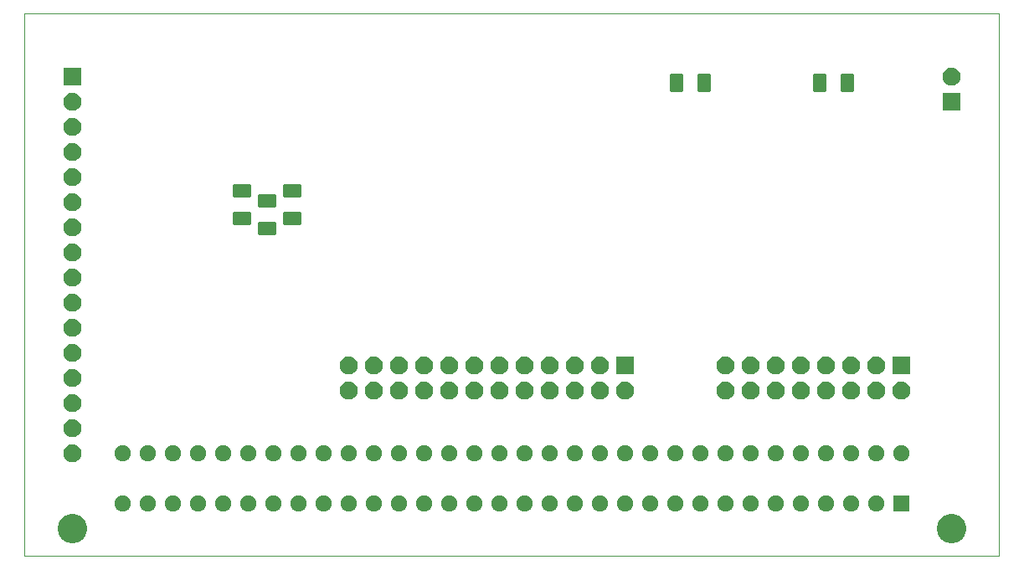
<source format=gbr>
G04 #@! TF.GenerationSoftware,KiCad,Pcbnew,5.1.5+dfsg1-2build2*
G04 #@! TF.CreationDate,2021-07-19T22:25:01+01:00*
G04 #@! TF.ProjectId,TestSRAM,54657374-5352-4414-9d2e-6b696361645f,rev?*
G04 #@! TF.SameCoordinates,Original*
G04 #@! TF.FileFunction,Soldermask,Bot*
G04 #@! TF.FilePolarity,Negative*
%FSLAX46Y46*%
G04 Gerber Fmt 4.6, Leading zero omitted, Abs format (unit mm)*
G04 Created by KiCad (PCBNEW 5.1.5+dfsg1-2build2) date 2021-07-19 22:25:01*
%MOMM*%
%LPD*%
G04 APERTURE LIST*
%ADD10C,0.050000*%
%ADD11C,0.100000*%
G04 APERTURE END LIST*
D10*
X178181000Y-100965000D02*
X178181000Y-155829000D01*
X79629000Y-100965000D02*
X178181000Y-100965000D01*
X79629000Y-155829000D02*
X79629000Y-100965000D01*
X178181000Y-155829000D02*
X79629000Y-155829000D01*
D11*
G36*
X173785532Y-151615721D02*
G01*
X174054147Y-151726985D01*
X174295895Y-151888516D01*
X174501484Y-152094105D01*
X174663015Y-152335853D01*
X174774279Y-152604468D01*
X174831000Y-152889625D01*
X174831000Y-153180375D01*
X174774279Y-153465532D01*
X174663015Y-153734147D01*
X174501484Y-153975895D01*
X174295895Y-154181484D01*
X174054147Y-154343015D01*
X173785532Y-154454279D01*
X173500375Y-154511000D01*
X173209625Y-154511000D01*
X172924468Y-154454279D01*
X172655853Y-154343015D01*
X172414105Y-154181484D01*
X172208516Y-153975895D01*
X172046985Y-153734147D01*
X171935721Y-153465532D01*
X171879000Y-153180375D01*
X171879000Y-152889625D01*
X171935721Y-152604468D01*
X172046985Y-152335853D01*
X172208516Y-152094105D01*
X172414105Y-151888516D01*
X172655853Y-151726985D01*
X172924468Y-151615721D01*
X173209625Y-151559000D01*
X173500375Y-151559000D01*
X173785532Y-151615721D01*
G37*
G36*
X84885532Y-151615721D02*
G01*
X85154147Y-151726985D01*
X85395895Y-151888516D01*
X85601484Y-152094105D01*
X85763015Y-152335853D01*
X85874279Y-152604468D01*
X85931000Y-152889625D01*
X85931000Y-153180375D01*
X85874279Y-153465532D01*
X85763015Y-153734147D01*
X85601484Y-153975895D01*
X85395895Y-154181484D01*
X85154147Y-154343015D01*
X84885532Y-154454279D01*
X84600375Y-154511000D01*
X84309625Y-154511000D01*
X84024468Y-154454279D01*
X83755853Y-154343015D01*
X83514105Y-154181484D01*
X83308516Y-153975895D01*
X83146985Y-153734147D01*
X83035721Y-153465532D01*
X82979000Y-153180375D01*
X82979000Y-152889625D01*
X83035721Y-152604468D01*
X83146985Y-152335853D01*
X83308516Y-152094105D01*
X83514105Y-151888516D01*
X83755853Y-151726985D01*
X84024468Y-151615721D01*
X84309625Y-151559000D01*
X84600375Y-151559000D01*
X84885532Y-151615721D01*
G37*
G36*
X150735935Y-149700742D02*
G01*
X150886258Y-149763008D01*
X151021545Y-149853404D01*
X151136596Y-149968455D01*
X151226992Y-150103742D01*
X151289258Y-150254065D01*
X151321000Y-150413646D01*
X151321000Y-150576354D01*
X151289258Y-150735935D01*
X151226992Y-150886258D01*
X151136596Y-151021545D01*
X151021545Y-151136596D01*
X150886258Y-151226992D01*
X150735935Y-151289258D01*
X150576354Y-151321000D01*
X150413646Y-151321000D01*
X150254065Y-151289258D01*
X150103742Y-151226992D01*
X149968455Y-151136596D01*
X149853404Y-151021545D01*
X149763008Y-150886258D01*
X149700742Y-150735935D01*
X149669000Y-150576354D01*
X149669000Y-150413646D01*
X149700742Y-150254065D01*
X149763008Y-150103742D01*
X149853404Y-149968455D01*
X149968455Y-149853404D01*
X150103742Y-149763008D01*
X150254065Y-149700742D01*
X150413646Y-149669000D01*
X150576354Y-149669000D01*
X150735935Y-149700742D01*
G37*
G36*
X127875935Y-149700742D02*
G01*
X128026258Y-149763008D01*
X128161545Y-149853404D01*
X128276596Y-149968455D01*
X128366992Y-150103742D01*
X128429258Y-150254065D01*
X128461000Y-150413646D01*
X128461000Y-150576354D01*
X128429258Y-150735935D01*
X128366992Y-150886258D01*
X128276596Y-151021545D01*
X128161545Y-151136596D01*
X128026258Y-151226992D01*
X127875935Y-151289258D01*
X127716354Y-151321000D01*
X127553646Y-151321000D01*
X127394065Y-151289258D01*
X127243742Y-151226992D01*
X127108455Y-151136596D01*
X126993404Y-151021545D01*
X126903008Y-150886258D01*
X126840742Y-150735935D01*
X126809000Y-150576354D01*
X126809000Y-150413646D01*
X126840742Y-150254065D01*
X126903008Y-150103742D01*
X126993404Y-149968455D01*
X127108455Y-149853404D01*
X127243742Y-149763008D01*
X127394065Y-149700742D01*
X127553646Y-149669000D01*
X127716354Y-149669000D01*
X127875935Y-149700742D01*
G37*
G36*
X168954568Y-149673086D02*
G01*
X168988560Y-149683397D01*
X169019877Y-149700137D01*
X169047332Y-149722668D01*
X169069863Y-149750123D01*
X169086603Y-149781440D01*
X169096914Y-149815432D01*
X169101000Y-149856915D01*
X169101000Y-151133085D01*
X169096914Y-151174568D01*
X169086603Y-151208560D01*
X169069863Y-151239877D01*
X169047332Y-151267332D01*
X169019877Y-151289863D01*
X168988560Y-151306603D01*
X168954568Y-151316914D01*
X168913085Y-151321000D01*
X167636915Y-151321000D01*
X167595432Y-151316914D01*
X167561440Y-151306603D01*
X167530123Y-151289863D01*
X167502668Y-151267332D01*
X167480137Y-151239877D01*
X167463397Y-151208560D01*
X167453086Y-151174568D01*
X167449000Y-151133085D01*
X167449000Y-149856915D01*
X167453086Y-149815432D01*
X167463397Y-149781440D01*
X167480137Y-149750123D01*
X167502668Y-149722668D01*
X167530123Y-149700137D01*
X167561440Y-149683397D01*
X167595432Y-149673086D01*
X167636915Y-149669000D01*
X168913085Y-149669000D01*
X168954568Y-149673086D01*
G37*
G36*
X165975935Y-149700742D02*
G01*
X166126258Y-149763008D01*
X166261545Y-149853404D01*
X166376596Y-149968455D01*
X166466992Y-150103742D01*
X166529258Y-150254065D01*
X166561000Y-150413646D01*
X166561000Y-150576354D01*
X166529258Y-150735935D01*
X166466992Y-150886258D01*
X166376596Y-151021545D01*
X166261545Y-151136596D01*
X166126258Y-151226992D01*
X165975935Y-151289258D01*
X165816354Y-151321000D01*
X165653646Y-151321000D01*
X165494065Y-151289258D01*
X165343742Y-151226992D01*
X165208455Y-151136596D01*
X165093404Y-151021545D01*
X165003008Y-150886258D01*
X164940742Y-150735935D01*
X164909000Y-150576354D01*
X164909000Y-150413646D01*
X164940742Y-150254065D01*
X165003008Y-150103742D01*
X165093404Y-149968455D01*
X165208455Y-149853404D01*
X165343742Y-149763008D01*
X165494065Y-149700742D01*
X165653646Y-149669000D01*
X165816354Y-149669000D01*
X165975935Y-149700742D01*
G37*
G36*
X163435935Y-149700742D02*
G01*
X163586258Y-149763008D01*
X163721545Y-149853404D01*
X163836596Y-149968455D01*
X163926992Y-150103742D01*
X163989258Y-150254065D01*
X164021000Y-150413646D01*
X164021000Y-150576354D01*
X163989258Y-150735935D01*
X163926992Y-150886258D01*
X163836596Y-151021545D01*
X163721545Y-151136596D01*
X163586258Y-151226992D01*
X163435935Y-151289258D01*
X163276354Y-151321000D01*
X163113646Y-151321000D01*
X162954065Y-151289258D01*
X162803742Y-151226992D01*
X162668455Y-151136596D01*
X162553404Y-151021545D01*
X162463008Y-150886258D01*
X162400742Y-150735935D01*
X162369000Y-150576354D01*
X162369000Y-150413646D01*
X162400742Y-150254065D01*
X162463008Y-150103742D01*
X162553404Y-149968455D01*
X162668455Y-149853404D01*
X162803742Y-149763008D01*
X162954065Y-149700742D01*
X163113646Y-149669000D01*
X163276354Y-149669000D01*
X163435935Y-149700742D01*
G37*
G36*
X160895935Y-149700742D02*
G01*
X161046258Y-149763008D01*
X161181545Y-149853404D01*
X161296596Y-149968455D01*
X161386992Y-150103742D01*
X161449258Y-150254065D01*
X161481000Y-150413646D01*
X161481000Y-150576354D01*
X161449258Y-150735935D01*
X161386992Y-150886258D01*
X161296596Y-151021545D01*
X161181545Y-151136596D01*
X161046258Y-151226992D01*
X160895935Y-151289258D01*
X160736354Y-151321000D01*
X160573646Y-151321000D01*
X160414065Y-151289258D01*
X160263742Y-151226992D01*
X160128455Y-151136596D01*
X160013404Y-151021545D01*
X159923008Y-150886258D01*
X159860742Y-150735935D01*
X159829000Y-150576354D01*
X159829000Y-150413646D01*
X159860742Y-150254065D01*
X159923008Y-150103742D01*
X160013404Y-149968455D01*
X160128455Y-149853404D01*
X160263742Y-149763008D01*
X160414065Y-149700742D01*
X160573646Y-149669000D01*
X160736354Y-149669000D01*
X160895935Y-149700742D01*
G37*
G36*
X158355935Y-149700742D02*
G01*
X158506258Y-149763008D01*
X158641545Y-149853404D01*
X158756596Y-149968455D01*
X158846992Y-150103742D01*
X158909258Y-150254065D01*
X158941000Y-150413646D01*
X158941000Y-150576354D01*
X158909258Y-150735935D01*
X158846992Y-150886258D01*
X158756596Y-151021545D01*
X158641545Y-151136596D01*
X158506258Y-151226992D01*
X158355935Y-151289258D01*
X158196354Y-151321000D01*
X158033646Y-151321000D01*
X157874065Y-151289258D01*
X157723742Y-151226992D01*
X157588455Y-151136596D01*
X157473404Y-151021545D01*
X157383008Y-150886258D01*
X157320742Y-150735935D01*
X157289000Y-150576354D01*
X157289000Y-150413646D01*
X157320742Y-150254065D01*
X157383008Y-150103742D01*
X157473404Y-149968455D01*
X157588455Y-149853404D01*
X157723742Y-149763008D01*
X157874065Y-149700742D01*
X158033646Y-149669000D01*
X158196354Y-149669000D01*
X158355935Y-149700742D01*
G37*
G36*
X155815935Y-149700742D02*
G01*
X155966258Y-149763008D01*
X156101545Y-149853404D01*
X156216596Y-149968455D01*
X156306992Y-150103742D01*
X156369258Y-150254065D01*
X156401000Y-150413646D01*
X156401000Y-150576354D01*
X156369258Y-150735935D01*
X156306992Y-150886258D01*
X156216596Y-151021545D01*
X156101545Y-151136596D01*
X155966258Y-151226992D01*
X155815935Y-151289258D01*
X155656354Y-151321000D01*
X155493646Y-151321000D01*
X155334065Y-151289258D01*
X155183742Y-151226992D01*
X155048455Y-151136596D01*
X154933404Y-151021545D01*
X154843008Y-150886258D01*
X154780742Y-150735935D01*
X154749000Y-150576354D01*
X154749000Y-150413646D01*
X154780742Y-150254065D01*
X154843008Y-150103742D01*
X154933404Y-149968455D01*
X155048455Y-149853404D01*
X155183742Y-149763008D01*
X155334065Y-149700742D01*
X155493646Y-149669000D01*
X155656354Y-149669000D01*
X155815935Y-149700742D01*
G37*
G36*
X153275935Y-149700742D02*
G01*
X153426258Y-149763008D01*
X153561545Y-149853404D01*
X153676596Y-149968455D01*
X153766992Y-150103742D01*
X153829258Y-150254065D01*
X153861000Y-150413646D01*
X153861000Y-150576354D01*
X153829258Y-150735935D01*
X153766992Y-150886258D01*
X153676596Y-151021545D01*
X153561545Y-151136596D01*
X153426258Y-151226992D01*
X153275935Y-151289258D01*
X153116354Y-151321000D01*
X152953646Y-151321000D01*
X152794065Y-151289258D01*
X152643742Y-151226992D01*
X152508455Y-151136596D01*
X152393404Y-151021545D01*
X152303008Y-150886258D01*
X152240742Y-150735935D01*
X152209000Y-150576354D01*
X152209000Y-150413646D01*
X152240742Y-150254065D01*
X152303008Y-150103742D01*
X152393404Y-149968455D01*
X152508455Y-149853404D01*
X152643742Y-149763008D01*
X152794065Y-149700742D01*
X152953646Y-149669000D01*
X153116354Y-149669000D01*
X153275935Y-149700742D01*
G37*
G36*
X130415935Y-149700742D02*
G01*
X130566258Y-149763008D01*
X130701545Y-149853404D01*
X130816596Y-149968455D01*
X130906992Y-150103742D01*
X130969258Y-150254065D01*
X131001000Y-150413646D01*
X131001000Y-150576354D01*
X130969258Y-150735935D01*
X130906992Y-150886258D01*
X130816596Y-151021545D01*
X130701545Y-151136596D01*
X130566258Y-151226992D01*
X130415935Y-151289258D01*
X130256354Y-151321000D01*
X130093646Y-151321000D01*
X129934065Y-151289258D01*
X129783742Y-151226992D01*
X129648455Y-151136596D01*
X129533404Y-151021545D01*
X129443008Y-150886258D01*
X129380742Y-150735935D01*
X129349000Y-150576354D01*
X129349000Y-150413646D01*
X129380742Y-150254065D01*
X129443008Y-150103742D01*
X129533404Y-149968455D01*
X129648455Y-149853404D01*
X129783742Y-149763008D01*
X129934065Y-149700742D01*
X130093646Y-149669000D01*
X130256354Y-149669000D01*
X130415935Y-149700742D01*
G37*
G36*
X148195935Y-149700742D02*
G01*
X148346258Y-149763008D01*
X148481545Y-149853404D01*
X148596596Y-149968455D01*
X148686992Y-150103742D01*
X148749258Y-150254065D01*
X148781000Y-150413646D01*
X148781000Y-150576354D01*
X148749258Y-150735935D01*
X148686992Y-150886258D01*
X148596596Y-151021545D01*
X148481545Y-151136596D01*
X148346258Y-151226992D01*
X148195935Y-151289258D01*
X148036354Y-151321000D01*
X147873646Y-151321000D01*
X147714065Y-151289258D01*
X147563742Y-151226992D01*
X147428455Y-151136596D01*
X147313404Y-151021545D01*
X147223008Y-150886258D01*
X147160742Y-150735935D01*
X147129000Y-150576354D01*
X147129000Y-150413646D01*
X147160742Y-150254065D01*
X147223008Y-150103742D01*
X147313404Y-149968455D01*
X147428455Y-149853404D01*
X147563742Y-149763008D01*
X147714065Y-149700742D01*
X147873646Y-149669000D01*
X148036354Y-149669000D01*
X148195935Y-149700742D01*
G37*
G36*
X145655935Y-149700742D02*
G01*
X145806258Y-149763008D01*
X145941545Y-149853404D01*
X146056596Y-149968455D01*
X146146992Y-150103742D01*
X146209258Y-150254065D01*
X146241000Y-150413646D01*
X146241000Y-150576354D01*
X146209258Y-150735935D01*
X146146992Y-150886258D01*
X146056596Y-151021545D01*
X145941545Y-151136596D01*
X145806258Y-151226992D01*
X145655935Y-151289258D01*
X145496354Y-151321000D01*
X145333646Y-151321000D01*
X145174065Y-151289258D01*
X145023742Y-151226992D01*
X144888455Y-151136596D01*
X144773404Y-151021545D01*
X144683008Y-150886258D01*
X144620742Y-150735935D01*
X144589000Y-150576354D01*
X144589000Y-150413646D01*
X144620742Y-150254065D01*
X144683008Y-150103742D01*
X144773404Y-149968455D01*
X144888455Y-149853404D01*
X145023742Y-149763008D01*
X145174065Y-149700742D01*
X145333646Y-149669000D01*
X145496354Y-149669000D01*
X145655935Y-149700742D01*
G37*
G36*
X143115935Y-149700742D02*
G01*
X143266258Y-149763008D01*
X143401545Y-149853404D01*
X143516596Y-149968455D01*
X143606992Y-150103742D01*
X143669258Y-150254065D01*
X143701000Y-150413646D01*
X143701000Y-150576354D01*
X143669258Y-150735935D01*
X143606992Y-150886258D01*
X143516596Y-151021545D01*
X143401545Y-151136596D01*
X143266258Y-151226992D01*
X143115935Y-151289258D01*
X142956354Y-151321000D01*
X142793646Y-151321000D01*
X142634065Y-151289258D01*
X142483742Y-151226992D01*
X142348455Y-151136596D01*
X142233404Y-151021545D01*
X142143008Y-150886258D01*
X142080742Y-150735935D01*
X142049000Y-150576354D01*
X142049000Y-150413646D01*
X142080742Y-150254065D01*
X142143008Y-150103742D01*
X142233404Y-149968455D01*
X142348455Y-149853404D01*
X142483742Y-149763008D01*
X142634065Y-149700742D01*
X142793646Y-149669000D01*
X142956354Y-149669000D01*
X143115935Y-149700742D01*
G37*
G36*
X140575935Y-149700742D02*
G01*
X140726258Y-149763008D01*
X140861545Y-149853404D01*
X140976596Y-149968455D01*
X141066992Y-150103742D01*
X141129258Y-150254065D01*
X141161000Y-150413646D01*
X141161000Y-150576354D01*
X141129258Y-150735935D01*
X141066992Y-150886258D01*
X140976596Y-151021545D01*
X140861545Y-151136596D01*
X140726258Y-151226992D01*
X140575935Y-151289258D01*
X140416354Y-151321000D01*
X140253646Y-151321000D01*
X140094065Y-151289258D01*
X139943742Y-151226992D01*
X139808455Y-151136596D01*
X139693404Y-151021545D01*
X139603008Y-150886258D01*
X139540742Y-150735935D01*
X139509000Y-150576354D01*
X139509000Y-150413646D01*
X139540742Y-150254065D01*
X139603008Y-150103742D01*
X139693404Y-149968455D01*
X139808455Y-149853404D01*
X139943742Y-149763008D01*
X140094065Y-149700742D01*
X140253646Y-149669000D01*
X140416354Y-149669000D01*
X140575935Y-149700742D01*
G37*
G36*
X138035935Y-149700742D02*
G01*
X138186258Y-149763008D01*
X138321545Y-149853404D01*
X138436596Y-149968455D01*
X138526992Y-150103742D01*
X138589258Y-150254065D01*
X138621000Y-150413646D01*
X138621000Y-150576354D01*
X138589258Y-150735935D01*
X138526992Y-150886258D01*
X138436596Y-151021545D01*
X138321545Y-151136596D01*
X138186258Y-151226992D01*
X138035935Y-151289258D01*
X137876354Y-151321000D01*
X137713646Y-151321000D01*
X137554065Y-151289258D01*
X137403742Y-151226992D01*
X137268455Y-151136596D01*
X137153404Y-151021545D01*
X137063008Y-150886258D01*
X137000742Y-150735935D01*
X136969000Y-150576354D01*
X136969000Y-150413646D01*
X137000742Y-150254065D01*
X137063008Y-150103742D01*
X137153404Y-149968455D01*
X137268455Y-149853404D01*
X137403742Y-149763008D01*
X137554065Y-149700742D01*
X137713646Y-149669000D01*
X137876354Y-149669000D01*
X138035935Y-149700742D01*
G37*
G36*
X135495935Y-149700742D02*
G01*
X135646258Y-149763008D01*
X135781545Y-149853404D01*
X135896596Y-149968455D01*
X135986992Y-150103742D01*
X136049258Y-150254065D01*
X136081000Y-150413646D01*
X136081000Y-150576354D01*
X136049258Y-150735935D01*
X135986992Y-150886258D01*
X135896596Y-151021545D01*
X135781545Y-151136596D01*
X135646258Y-151226992D01*
X135495935Y-151289258D01*
X135336354Y-151321000D01*
X135173646Y-151321000D01*
X135014065Y-151289258D01*
X134863742Y-151226992D01*
X134728455Y-151136596D01*
X134613404Y-151021545D01*
X134523008Y-150886258D01*
X134460742Y-150735935D01*
X134429000Y-150576354D01*
X134429000Y-150413646D01*
X134460742Y-150254065D01*
X134523008Y-150103742D01*
X134613404Y-149968455D01*
X134728455Y-149853404D01*
X134863742Y-149763008D01*
X135014065Y-149700742D01*
X135173646Y-149669000D01*
X135336354Y-149669000D01*
X135495935Y-149700742D01*
G37*
G36*
X125335935Y-149700742D02*
G01*
X125486258Y-149763008D01*
X125621545Y-149853404D01*
X125736596Y-149968455D01*
X125826992Y-150103742D01*
X125889258Y-150254065D01*
X125921000Y-150413646D01*
X125921000Y-150576354D01*
X125889258Y-150735935D01*
X125826992Y-150886258D01*
X125736596Y-151021545D01*
X125621545Y-151136596D01*
X125486258Y-151226992D01*
X125335935Y-151289258D01*
X125176354Y-151321000D01*
X125013646Y-151321000D01*
X124854065Y-151289258D01*
X124703742Y-151226992D01*
X124568455Y-151136596D01*
X124453404Y-151021545D01*
X124363008Y-150886258D01*
X124300742Y-150735935D01*
X124269000Y-150576354D01*
X124269000Y-150413646D01*
X124300742Y-150254065D01*
X124363008Y-150103742D01*
X124453404Y-149968455D01*
X124568455Y-149853404D01*
X124703742Y-149763008D01*
X124854065Y-149700742D01*
X125013646Y-149669000D01*
X125176354Y-149669000D01*
X125335935Y-149700742D01*
G37*
G36*
X89775935Y-149700742D02*
G01*
X89926258Y-149763008D01*
X90061545Y-149853404D01*
X90176596Y-149968455D01*
X90266992Y-150103742D01*
X90329258Y-150254065D01*
X90361000Y-150413646D01*
X90361000Y-150576354D01*
X90329258Y-150735935D01*
X90266992Y-150886258D01*
X90176596Y-151021545D01*
X90061545Y-151136596D01*
X89926258Y-151226992D01*
X89775935Y-151289258D01*
X89616354Y-151321000D01*
X89453646Y-151321000D01*
X89294065Y-151289258D01*
X89143742Y-151226992D01*
X89008455Y-151136596D01*
X88893404Y-151021545D01*
X88803008Y-150886258D01*
X88740742Y-150735935D01*
X88709000Y-150576354D01*
X88709000Y-150413646D01*
X88740742Y-150254065D01*
X88803008Y-150103742D01*
X88893404Y-149968455D01*
X89008455Y-149853404D01*
X89143742Y-149763008D01*
X89294065Y-149700742D01*
X89453646Y-149669000D01*
X89616354Y-149669000D01*
X89775935Y-149700742D01*
G37*
G36*
X132955935Y-149700742D02*
G01*
X133106258Y-149763008D01*
X133241545Y-149853404D01*
X133356596Y-149968455D01*
X133446992Y-150103742D01*
X133509258Y-150254065D01*
X133541000Y-150413646D01*
X133541000Y-150576354D01*
X133509258Y-150735935D01*
X133446992Y-150886258D01*
X133356596Y-151021545D01*
X133241545Y-151136596D01*
X133106258Y-151226992D01*
X132955935Y-151289258D01*
X132796354Y-151321000D01*
X132633646Y-151321000D01*
X132474065Y-151289258D01*
X132323742Y-151226992D01*
X132188455Y-151136596D01*
X132073404Y-151021545D01*
X131983008Y-150886258D01*
X131920742Y-150735935D01*
X131889000Y-150576354D01*
X131889000Y-150413646D01*
X131920742Y-150254065D01*
X131983008Y-150103742D01*
X132073404Y-149968455D01*
X132188455Y-149853404D01*
X132323742Y-149763008D01*
X132474065Y-149700742D01*
X132633646Y-149669000D01*
X132796354Y-149669000D01*
X132955935Y-149700742D01*
G37*
G36*
X122795935Y-149700742D02*
G01*
X122946258Y-149763008D01*
X123081545Y-149853404D01*
X123196596Y-149968455D01*
X123286992Y-150103742D01*
X123349258Y-150254065D01*
X123381000Y-150413646D01*
X123381000Y-150576354D01*
X123349258Y-150735935D01*
X123286992Y-150886258D01*
X123196596Y-151021545D01*
X123081545Y-151136596D01*
X122946258Y-151226992D01*
X122795935Y-151289258D01*
X122636354Y-151321000D01*
X122473646Y-151321000D01*
X122314065Y-151289258D01*
X122163742Y-151226992D01*
X122028455Y-151136596D01*
X121913404Y-151021545D01*
X121823008Y-150886258D01*
X121760742Y-150735935D01*
X121729000Y-150576354D01*
X121729000Y-150413646D01*
X121760742Y-150254065D01*
X121823008Y-150103742D01*
X121913404Y-149968455D01*
X122028455Y-149853404D01*
X122163742Y-149763008D01*
X122314065Y-149700742D01*
X122473646Y-149669000D01*
X122636354Y-149669000D01*
X122795935Y-149700742D01*
G37*
G36*
X120255935Y-149700742D02*
G01*
X120406258Y-149763008D01*
X120541545Y-149853404D01*
X120656596Y-149968455D01*
X120746992Y-150103742D01*
X120809258Y-150254065D01*
X120841000Y-150413646D01*
X120841000Y-150576354D01*
X120809258Y-150735935D01*
X120746992Y-150886258D01*
X120656596Y-151021545D01*
X120541545Y-151136596D01*
X120406258Y-151226992D01*
X120255935Y-151289258D01*
X120096354Y-151321000D01*
X119933646Y-151321000D01*
X119774065Y-151289258D01*
X119623742Y-151226992D01*
X119488455Y-151136596D01*
X119373404Y-151021545D01*
X119283008Y-150886258D01*
X119220742Y-150735935D01*
X119189000Y-150576354D01*
X119189000Y-150413646D01*
X119220742Y-150254065D01*
X119283008Y-150103742D01*
X119373404Y-149968455D01*
X119488455Y-149853404D01*
X119623742Y-149763008D01*
X119774065Y-149700742D01*
X119933646Y-149669000D01*
X120096354Y-149669000D01*
X120255935Y-149700742D01*
G37*
G36*
X117715935Y-149700742D02*
G01*
X117866258Y-149763008D01*
X118001545Y-149853404D01*
X118116596Y-149968455D01*
X118206992Y-150103742D01*
X118269258Y-150254065D01*
X118301000Y-150413646D01*
X118301000Y-150576354D01*
X118269258Y-150735935D01*
X118206992Y-150886258D01*
X118116596Y-151021545D01*
X118001545Y-151136596D01*
X117866258Y-151226992D01*
X117715935Y-151289258D01*
X117556354Y-151321000D01*
X117393646Y-151321000D01*
X117234065Y-151289258D01*
X117083742Y-151226992D01*
X116948455Y-151136596D01*
X116833404Y-151021545D01*
X116743008Y-150886258D01*
X116680742Y-150735935D01*
X116649000Y-150576354D01*
X116649000Y-150413646D01*
X116680742Y-150254065D01*
X116743008Y-150103742D01*
X116833404Y-149968455D01*
X116948455Y-149853404D01*
X117083742Y-149763008D01*
X117234065Y-149700742D01*
X117393646Y-149669000D01*
X117556354Y-149669000D01*
X117715935Y-149700742D01*
G37*
G36*
X115175935Y-149700742D02*
G01*
X115326258Y-149763008D01*
X115461545Y-149853404D01*
X115576596Y-149968455D01*
X115666992Y-150103742D01*
X115729258Y-150254065D01*
X115761000Y-150413646D01*
X115761000Y-150576354D01*
X115729258Y-150735935D01*
X115666992Y-150886258D01*
X115576596Y-151021545D01*
X115461545Y-151136596D01*
X115326258Y-151226992D01*
X115175935Y-151289258D01*
X115016354Y-151321000D01*
X114853646Y-151321000D01*
X114694065Y-151289258D01*
X114543742Y-151226992D01*
X114408455Y-151136596D01*
X114293404Y-151021545D01*
X114203008Y-150886258D01*
X114140742Y-150735935D01*
X114109000Y-150576354D01*
X114109000Y-150413646D01*
X114140742Y-150254065D01*
X114203008Y-150103742D01*
X114293404Y-149968455D01*
X114408455Y-149853404D01*
X114543742Y-149763008D01*
X114694065Y-149700742D01*
X114853646Y-149669000D01*
X115016354Y-149669000D01*
X115175935Y-149700742D01*
G37*
G36*
X112635935Y-149700742D02*
G01*
X112786258Y-149763008D01*
X112921545Y-149853404D01*
X113036596Y-149968455D01*
X113126992Y-150103742D01*
X113189258Y-150254065D01*
X113221000Y-150413646D01*
X113221000Y-150576354D01*
X113189258Y-150735935D01*
X113126992Y-150886258D01*
X113036596Y-151021545D01*
X112921545Y-151136596D01*
X112786258Y-151226992D01*
X112635935Y-151289258D01*
X112476354Y-151321000D01*
X112313646Y-151321000D01*
X112154065Y-151289258D01*
X112003742Y-151226992D01*
X111868455Y-151136596D01*
X111753404Y-151021545D01*
X111663008Y-150886258D01*
X111600742Y-150735935D01*
X111569000Y-150576354D01*
X111569000Y-150413646D01*
X111600742Y-150254065D01*
X111663008Y-150103742D01*
X111753404Y-149968455D01*
X111868455Y-149853404D01*
X112003742Y-149763008D01*
X112154065Y-149700742D01*
X112313646Y-149669000D01*
X112476354Y-149669000D01*
X112635935Y-149700742D01*
G37*
G36*
X110095935Y-149700742D02*
G01*
X110246258Y-149763008D01*
X110381545Y-149853404D01*
X110496596Y-149968455D01*
X110586992Y-150103742D01*
X110649258Y-150254065D01*
X110681000Y-150413646D01*
X110681000Y-150576354D01*
X110649258Y-150735935D01*
X110586992Y-150886258D01*
X110496596Y-151021545D01*
X110381545Y-151136596D01*
X110246258Y-151226992D01*
X110095935Y-151289258D01*
X109936354Y-151321000D01*
X109773646Y-151321000D01*
X109614065Y-151289258D01*
X109463742Y-151226992D01*
X109328455Y-151136596D01*
X109213404Y-151021545D01*
X109123008Y-150886258D01*
X109060742Y-150735935D01*
X109029000Y-150576354D01*
X109029000Y-150413646D01*
X109060742Y-150254065D01*
X109123008Y-150103742D01*
X109213404Y-149968455D01*
X109328455Y-149853404D01*
X109463742Y-149763008D01*
X109614065Y-149700742D01*
X109773646Y-149669000D01*
X109936354Y-149669000D01*
X110095935Y-149700742D01*
G37*
G36*
X107555935Y-149700742D02*
G01*
X107706258Y-149763008D01*
X107841545Y-149853404D01*
X107956596Y-149968455D01*
X108046992Y-150103742D01*
X108109258Y-150254065D01*
X108141000Y-150413646D01*
X108141000Y-150576354D01*
X108109258Y-150735935D01*
X108046992Y-150886258D01*
X107956596Y-151021545D01*
X107841545Y-151136596D01*
X107706258Y-151226992D01*
X107555935Y-151289258D01*
X107396354Y-151321000D01*
X107233646Y-151321000D01*
X107074065Y-151289258D01*
X106923742Y-151226992D01*
X106788455Y-151136596D01*
X106673404Y-151021545D01*
X106583008Y-150886258D01*
X106520742Y-150735935D01*
X106489000Y-150576354D01*
X106489000Y-150413646D01*
X106520742Y-150254065D01*
X106583008Y-150103742D01*
X106673404Y-149968455D01*
X106788455Y-149853404D01*
X106923742Y-149763008D01*
X107074065Y-149700742D01*
X107233646Y-149669000D01*
X107396354Y-149669000D01*
X107555935Y-149700742D01*
G37*
G36*
X105015935Y-149700742D02*
G01*
X105166258Y-149763008D01*
X105301545Y-149853404D01*
X105416596Y-149968455D01*
X105506992Y-150103742D01*
X105569258Y-150254065D01*
X105601000Y-150413646D01*
X105601000Y-150576354D01*
X105569258Y-150735935D01*
X105506992Y-150886258D01*
X105416596Y-151021545D01*
X105301545Y-151136596D01*
X105166258Y-151226992D01*
X105015935Y-151289258D01*
X104856354Y-151321000D01*
X104693646Y-151321000D01*
X104534065Y-151289258D01*
X104383742Y-151226992D01*
X104248455Y-151136596D01*
X104133404Y-151021545D01*
X104043008Y-150886258D01*
X103980742Y-150735935D01*
X103949000Y-150576354D01*
X103949000Y-150413646D01*
X103980742Y-150254065D01*
X104043008Y-150103742D01*
X104133404Y-149968455D01*
X104248455Y-149853404D01*
X104383742Y-149763008D01*
X104534065Y-149700742D01*
X104693646Y-149669000D01*
X104856354Y-149669000D01*
X105015935Y-149700742D01*
G37*
G36*
X102475935Y-149700742D02*
G01*
X102626258Y-149763008D01*
X102761545Y-149853404D01*
X102876596Y-149968455D01*
X102966992Y-150103742D01*
X103029258Y-150254065D01*
X103061000Y-150413646D01*
X103061000Y-150576354D01*
X103029258Y-150735935D01*
X102966992Y-150886258D01*
X102876596Y-151021545D01*
X102761545Y-151136596D01*
X102626258Y-151226992D01*
X102475935Y-151289258D01*
X102316354Y-151321000D01*
X102153646Y-151321000D01*
X101994065Y-151289258D01*
X101843742Y-151226992D01*
X101708455Y-151136596D01*
X101593404Y-151021545D01*
X101503008Y-150886258D01*
X101440742Y-150735935D01*
X101409000Y-150576354D01*
X101409000Y-150413646D01*
X101440742Y-150254065D01*
X101503008Y-150103742D01*
X101593404Y-149968455D01*
X101708455Y-149853404D01*
X101843742Y-149763008D01*
X101994065Y-149700742D01*
X102153646Y-149669000D01*
X102316354Y-149669000D01*
X102475935Y-149700742D01*
G37*
G36*
X99935935Y-149700742D02*
G01*
X100086258Y-149763008D01*
X100221545Y-149853404D01*
X100336596Y-149968455D01*
X100426992Y-150103742D01*
X100489258Y-150254065D01*
X100521000Y-150413646D01*
X100521000Y-150576354D01*
X100489258Y-150735935D01*
X100426992Y-150886258D01*
X100336596Y-151021545D01*
X100221545Y-151136596D01*
X100086258Y-151226992D01*
X99935935Y-151289258D01*
X99776354Y-151321000D01*
X99613646Y-151321000D01*
X99454065Y-151289258D01*
X99303742Y-151226992D01*
X99168455Y-151136596D01*
X99053404Y-151021545D01*
X98963008Y-150886258D01*
X98900742Y-150735935D01*
X98869000Y-150576354D01*
X98869000Y-150413646D01*
X98900742Y-150254065D01*
X98963008Y-150103742D01*
X99053404Y-149968455D01*
X99168455Y-149853404D01*
X99303742Y-149763008D01*
X99454065Y-149700742D01*
X99613646Y-149669000D01*
X99776354Y-149669000D01*
X99935935Y-149700742D01*
G37*
G36*
X97395935Y-149700742D02*
G01*
X97546258Y-149763008D01*
X97681545Y-149853404D01*
X97796596Y-149968455D01*
X97886992Y-150103742D01*
X97949258Y-150254065D01*
X97981000Y-150413646D01*
X97981000Y-150576354D01*
X97949258Y-150735935D01*
X97886992Y-150886258D01*
X97796596Y-151021545D01*
X97681545Y-151136596D01*
X97546258Y-151226992D01*
X97395935Y-151289258D01*
X97236354Y-151321000D01*
X97073646Y-151321000D01*
X96914065Y-151289258D01*
X96763742Y-151226992D01*
X96628455Y-151136596D01*
X96513404Y-151021545D01*
X96423008Y-150886258D01*
X96360742Y-150735935D01*
X96329000Y-150576354D01*
X96329000Y-150413646D01*
X96360742Y-150254065D01*
X96423008Y-150103742D01*
X96513404Y-149968455D01*
X96628455Y-149853404D01*
X96763742Y-149763008D01*
X96914065Y-149700742D01*
X97073646Y-149669000D01*
X97236354Y-149669000D01*
X97395935Y-149700742D01*
G37*
G36*
X94855935Y-149700742D02*
G01*
X95006258Y-149763008D01*
X95141545Y-149853404D01*
X95256596Y-149968455D01*
X95346992Y-150103742D01*
X95409258Y-150254065D01*
X95441000Y-150413646D01*
X95441000Y-150576354D01*
X95409258Y-150735935D01*
X95346992Y-150886258D01*
X95256596Y-151021545D01*
X95141545Y-151136596D01*
X95006258Y-151226992D01*
X94855935Y-151289258D01*
X94696354Y-151321000D01*
X94533646Y-151321000D01*
X94374065Y-151289258D01*
X94223742Y-151226992D01*
X94088455Y-151136596D01*
X93973404Y-151021545D01*
X93883008Y-150886258D01*
X93820742Y-150735935D01*
X93789000Y-150576354D01*
X93789000Y-150413646D01*
X93820742Y-150254065D01*
X93883008Y-150103742D01*
X93973404Y-149968455D01*
X94088455Y-149853404D01*
X94223742Y-149763008D01*
X94374065Y-149700742D01*
X94533646Y-149669000D01*
X94696354Y-149669000D01*
X94855935Y-149700742D01*
G37*
G36*
X92315935Y-149700742D02*
G01*
X92466258Y-149763008D01*
X92601545Y-149853404D01*
X92716596Y-149968455D01*
X92806992Y-150103742D01*
X92869258Y-150254065D01*
X92901000Y-150413646D01*
X92901000Y-150576354D01*
X92869258Y-150735935D01*
X92806992Y-150886258D01*
X92716596Y-151021545D01*
X92601545Y-151136596D01*
X92466258Y-151226992D01*
X92315935Y-151289258D01*
X92156354Y-151321000D01*
X91993646Y-151321000D01*
X91834065Y-151289258D01*
X91683742Y-151226992D01*
X91548455Y-151136596D01*
X91433404Y-151021545D01*
X91343008Y-150886258D01*
X91280742Y-150735935D01*
X91249000Y-150576354D01*
X91249000Y-150413646D01*
X91280742Y-150254065D01*
X91343008Y-150103742D01*
X91433404Y-149968455D01*
X91548455Y-149853404D01*
X91683742Y-149763008D01*
X91834065Y-149700742D01*
X91993646Y-149669000D01*
X92156354Y-149669000D01*
X92315935Y-149700742D01*
G37*
G36*
X84568512Y-144518927D02*
G01*
X84717812Y-144548624D01*
X84881784Y-144616544D01*
X85029354Y-144715147D01*
X85154853Y-144840646D01*
X85253456Y-144988216D01*
X85321376Y-145152188D01*
X85356000Y-145326259D01*
X85356000Y-145503741D01*
X85321376Y-145677812D01*
X85253456Y-145841784D01*
X85154853Y-145989354D01*
X85029354Y-146114853D01*
X84881784Y-146213456D01*
X84717812Y-146281376D01*
X84568512Y-146311073D01*
X84543742Y-146316000D01*
X84366258Y-146316000D01*
X84341488Y-146311073D01*
X84192188Y-146281376D01*
X84028216Y-146213456D01*
X83880646Y-146114853D01*
X83755147Y-145989354D01*
X83656544Y-145841784D01*
X83588624Y-145677812D01*
X83554000Y-145503741D01*
X83554000Y-145326259D01*
X83588624Y-145152188D01*
X83656544Y-144988216D01*
X83755147Y-144840646D01*
X83880646Y-144715147D01*
X84028216Y-144616544D01*
X84192188Y-144548624D01*
X84341488Y-144518927D01*
X84366258Y-144514000D01*
X84543742Y-144514000D01*
X84568512Y-144518927D01*
G37*
G36*
X168515935Y-144620742D02*
G01*
X168666258Y-144683008D01*
X168801545Y-144773404D01*
X168916596Y-144888455D01*
X169006992Y-145023742D01*
X169069258Y-145174065D01*
X169101000Y-145333646D01*
X169101000Y-145496354D01*
X169069258Y-145655935D01*
X169006992Y-145806258D01*
X168916596Y-145941545D01*
X168801545Y-146056596D01*
X168666258Y-146146992D01*
X168515935Y-146209258D01*
X168356354Y-146241000D01*
X168193646Y-146241000D01*
X168034065Y-146209258D01*
X167883742Y-146146992D01*
X167748455Y-146056596D01*
X167633404Y-145941545D01*
X167543008Y-145806258D01*
X167480742Y-145655935D01*
X167449000Y-145496354D01*
X167449000Y-145333646D01*
X167480742Y-145174065D01*
X167543008Y-145023742D01*
X167633404Y-144888455D01*
X167748455Y-144773404D01*
X167883742Y-144683008D01*
X168034065Y-144620742D01*
X168193646Y-144589000D01*
X168356354Y-144589000D01*
X168515935Y-144620742D01*
G37*
G36*
X122795935Y-144620742D02*
G01*
X122946258Y-144683008D01*
X123081545Y-144773404D01*
X123196596Y-144888455D01*
X123286992Y-145023742D01*
X123349258Y-145174065D01*
X123381000Y-145333646D01*
X123381000Y-145496354D01*
X123349258Y-145655935D01*
X123286992Y-145806258D01*
X123196596Y-145941545D01*
X123081545Y-146056596D01*
X122946258Y-146146992D01*
X122795935Y-146209258D01*
X122636354Y-146241000D01*
X122473646Y-146241000D01*
X122314065Y-146209258D01*
X122163742Y-146146992D01*
X122028455Y-146056596D01*
X121913404Y-145941545D01*
X121823008Y-145806258D01*
X121760742Y-145655935D01*
X121729000Y-145496354D01*
X121729000Y-145333646D01*
X121760742Y-145174065D01*
X121823008Y-145023742D01*
X121913404Y-144888455D01*
X122028455Y-144773404D01*
X122163742Y-144683008D01*
X122314065Y-144620742D01*
X122473646Y-144589000D01*
X122636354Y-144589000D01*
X122795935Y-144620742D01*
G37*
G36*
X135495935Y-144620742D02*
G01*
X135646258Y-144683008D01*
X135781545Y-144773404D01*
X135896596Y-144888455D01*
X135986992Y-145023742D01*
X136049258Y-145174065D01*
X136081000Y-145333646D01*
X136081000Y-145496354D01*
X136049258Y-145655935D01*
X135986992Y-145806258D01*
X135896596Y-145941545D01*
X135781545Y-146056596D01*
X135646258Y-146146992D01*
X135495935Y-146209258D01*
X135336354Y-146241000D01*
X135173646Y-146241000D01*
X135014065Y-146209258D01*
X134863742Y-146146992D01*
X134728455Y-146056596D01*
X134613404Y-145941545D01*
X134523008Y-145806258D01*
X134460742Y-145655935D01*
X134429000Y-145496354D01*
X134429000Y-145333646D01*
X134460742Y-145174065D01*
X134523008Y-145023742D01*
X134613404Y-144888455D01*
X134728455Y-144773404D01*
X134863742Y-144683008D01*
X135014065Y-144620742D01*
X135173646Y-144589000D01*
X135336354Y-144589000D01*
X135495935Y-144620742D01*
G37*
G36*
X138035935Y-144620742D02*
G01*
X138186258Y-144683008D01*
X138321545Y-144773404D01*
X138436596Y-144888455D01*
X138526992Y-145023742D01*
X138589258Y-145174065D01*
X138621000Y-145333646D01*
X138621000Y-145496354D01*
X138589258Y-145655935D01*
X138526992Y-145806258D01*
X138436596Y-145941545D01*
X138321545Y-146056596D01*
X138186258Y-146146992D01*
X138035935Y-146209258D01*
X137876354Y-146241000D01*
X137713646Y-146241000D01*
X137554065Y-146209258D01*
X137403742Y-146146992D01*
X137268455Y-146056596D01*
X137153404Y-145941545D01*
X137063008Y-145806258D01*
X137000742Y-145655935D01*
X136969000Y-145496354D01*
X136969000Y-145333646D01*
X137000742Y-145174065D01*
X137063008Y-145023742D01*
X137153404Y-144888455D01*
X137268455Y-144773404D01*
X137403742Y-144683008D01*
X137554065Y-144620742D01*
X137713646Y-144589000D01*
X137876354Y-144589000D01*
X138035935Y-144620742D01*
G37*
G36*
X140575935Y-144620742D02*
G01*
X140726258Y-144683008D01*
X140861545Y-144773404D01*
X140976596Y-144888455D01*
X141066992Y-145023742D01*
X141129258Y-145174065D01*
X141161000Y-145333646D01*
X141161000Y-145496354D01*
X141129258Y-145655935D01*
X141066992Y-145806258D01*
X140976596Y-145941545D01*
X140861545Y-146056596D01*
X140726258Y-146146992D01*
X140575935Y-146209258D01*
X140416354Y-146241000D01*
X140253646Y-146241000D01*
X140094065Y-146209258D01*
X139943742Y-146146992D01*
X139808455Y-146056596D01*
X139693404Y-145941545D01*
X139603008Y-145806258D01*
X139540742Y-145655935D01*
X139509000Y-145496354D01*
X139509000Y-145333646D01*
X139540742Y-145174065D01*
X139603008Y-145023742D01*
X139693404Y-144888455D01*
X139808455Y-144773404D01*
X139943742Y-144683008D01*
X140094065Y-144620742D01*
X140253646Y-144589000D01*
X140416354Y-144589000D01*
X140575935Y-144620742D01*
G37*
G36*
X143115935Y-144620742D02*
G01*
X143266258Y-144683008D01*
X143401545Y-144773404D01*
X143516596Y-144888455D01*
X143606992Y-145023742D01*
X143669258Y-145174065D01*
X143701000Y-145333646D01*
X143701000Y-145496354D01*
X143669258Y-145655935D01*
X143606992Y-145806258D01*
X143516596Y-145941545D01*
X143401545Y-146056596D01*
X143266258Y-146146992D01*
X143115935Y-146209258D01*
X142956354Y-146241000D01*
X142793646Y-146241000D01*
X142634065Y-146209258D01*
X142483742Y-146146992D01*
X142348455Y-146056596D01*
X142233404Y-145941545D01*
X142143008Y-145806258D01*
X142080742Y-145655935D01*
X142049000Y-145496354D01*
X142049000Y-145333646D01*
X142080742Y-145174065D01*
X142143008Y-145023742D01*
X142233404Y-144888455D01*
X142348455Y-144773404D01*
X142483742Y-144683008D01*
X142634065Y-144620742D01*
X142793646Y-144589000D01*
X142956354Y-144589000D01*
X143115935Y-144620742D01*
G37*
G36*
X145655935Y-144620742D02*
G01*
X145806258Y-144683008D01*
X145941545Y-144773404D01*
X146056596Y-144888455D01*
X146146992Y-145023742D01*
X146209258Y-145174065D01*
X146241000Y-145333646D01*
X146241000Y-145496354D01*
X146209258Y-145655935D01*
X146146992Y-145806258D01*
X146056596Y-145941545D01*
X145941545Y-146056596D01*
X145806258Y-146146992D01*
X145655935Y-146209258D01*
X145496354Y-146241000D01*
X145333646Y-146241000D01*
X145174065Y-146209258D01*
X145023742Y-146146992D01*
X144888455Y-146056596D01*
X144773404Y-145941545D01*
X144683008Y-145806258D01*
X144620742Y-145655935D01*
X144589000Y-145496354D01*
X144589000Y-145333646D01*
X144620742Y-145174065D01*
X144683008Y-145023742D01*
X144773404Y-144888455D01*
X144888455Y-144773404D01*
X145023742Y-144683008D01*
X145174065Y-144620742D01*
X145333646Y-144589000D01*
X145496354Y-144589000D01*
X145655935Y-144620742D01*
G37*
G36*
X148195935Y-144620742D02*
G01*
X148346258Y-144683008D01*
X148481545Y-144773404D01*
X148596596Y-144888455D01*
X148686992Y-145023742D01*
X148749258Y-145174065D01*
X148781000Y-145333646D01*
X148781000Y-145496354D01*
X148749258Y-145655935D01*
X148686992Y-145806258D01*
X148596596Y-145941545D01*
X148481545Y-146056596D01*
X148346258Y-146146992D01*
X148195935Y-146209258D01*
X148036354Y-146241000D01*
X147873646Y-146241000D01*
X147714065Y-146209258D01*
X147563742Y-146146992D01*
X147428455Y-146056596D01*
X147313404Y-145941545D01*
X147223008Y-145806258D01*
X147160742Y-145655935D01*
X147129000Y-145496354D01*
X147129000Y-145333646D01*
X147160742Y-145174065D01*
X147223008Y-145023742D01*
X147313404Y-144888455D01*
X147428455Y-144773404D01*
X147563742Y-144683008D01*
X147714065Y-144620742D01*
X147873646Y-144589000D01*
X148036354Y-144589000D01*
X148195935Y-144620742D01*
G37*
G36*
X150735935Y-144620742D02*
G01*
X150886258Y-144683008D01*
X151021545Y-144773404D01*
X151136596Y-144888455D01*
X151226992Y-145023742D01*
X151289258Y-145174065D01*
X151321000Y-145333646D01*
X151321000Y-145496354D01*
X151289258Y-145655935D01*
X151226992Y-145806258D01*
X151136596Y-145941545D01*
X151021545Y-146056596D01*
X150886258Y-146146992D01*
X150735935Y-146209258D01*
X150576354Y-146241000D01*
X150413646Y-146241000D01*
X150254065Y-146209258D01*
X150103742Y-146146992D01*
X149968455Y-146056596D01*
X149853404Y-145941545D01*
X149763008Y-145806258D01*
X149700742Y-145655935D01*
X149669000Y-145496354D01*
X149669000Y-145333646D01*
X149700742Y-145174065D01*
X149763008Y-145023742D01*
X149853404Y-144888455D01*
X149968455Y-144773404D01*
X150103742Y-144683008D01*
X150254065Y-144620742D01*
X150413646Y-144589000D01*
X150576354Y-144589000D01*
X150735935Y-144620742D01*
G37*
G36*
X153275935Y-144620742D02*
G01*
X153426258Y-144683008D01*
X153561545Y-144773404D01*
X153676596Y-144888455D01*
X153766992Y-145023742D01*
X153829258Y-145174065D01*
X153861000Y-145333646D01*
X153861000Y-145496354D01*
X153829258Y-145655935D01*
X153766992Y-145806258D01*
X153676596Y-145941545D01*
X153561545Y-146056596D01*
X153426258Y-146146992D01*
X153275935Y-146209258D01*
X153116354Y-146241000D01*
X152953646Y-146241000D01*
X152794065Y-146209258D01*
X152643742Y-146146992D01*
X152508455Y-146056596D01*
X152393404Y-145941545D01*
X152303008Y-145806258D01*
X152240742Y-145655935D01*
X152209000Y-145496354D01*
X152209000Y-145333646D01*
X152240742Y-145174065D01*
X152303008Y-145023742D01*
X152393404Y-144888455D01*
X152508455Y-144773404D01*
X152643742Y-144683008D01*
X152794065Y-144620742D01*
X152953646Y-144589000D01*
X153116354Y-144589000D01*
X153275935Y-144620742D01*
G37*
G36*
X155815935Y-144620742D02*
G01*
X155966258Y-144683008D01*
X156101545Y-144773404D01*
X156216596Y-144888455D01*
X156306992Y-145023742D01*
X156369258Y-145174065D01*
X156401000Y-145333646D01*
X156401000Y-145496354D01*
X156369258Y-145655935D01*
X156306992Y-145806258D01*
X156216596Y-145941545D01*
X156101545Y-146056596D01*
X155966258Y-146146992D01*
X155815935Y-146209258D01*
X155656354Y-146241000D01*
X155493646Y-146241000D01*
X155334065Y-146209258D01*
X155183742Y-146146992D01*
X155048455Y-146056596D01*
X154933404Y-145941545D01*
X154843008Y-145806258D01*
X154780742Y-145655935D01*
X154749000Y-145496354D01*
X154749000Y-145333646D01*
X154780742Y-145174065D01*
X154843008Y-145023742D01*
X154933404Y-144888455D01*
X155048455Y-144773404D01*
X155183742Y-144683008D01*
X155334065Y-144620742D01*
X155493646Y-144589000D01*
X155656354Y-144589000D01*
X155815935Y-144620742D01*
G37*
G36*
X158355935Y-144620742D02*
G01*
X158506258Y-144683008D01*
X158641545Y-144773404D01*
X158756596Y-144888455D01*
X158846992Y-145023742D01*
X158909258Y-145174065D01*
X158941000Y-145333646D01*
X158941000Y-145496354D01*
X158909258Y-145655935D01*
X158846992Y-145806258D01*
X158756596Y-145941545D01*
X158641545Y-146056596D01*
X158506258Y-146146992D01*
X158355935Y-146209258D01*
X158196354Y-146241000D01*
X158033646Y-146241000D01*
X157874065Y-146209258D01*
X157723742Y-146146992D01*
X157588455Y-146056596D01*
X157473404Y-145941545D01*
X157383008Y-145806258D01*
X157320742Y-145655935D01*
X157289000Y-145496354D01*
X157289000Y-145333646D01*
X157320742Y-145174065D01*
X157383008Y-145023742D01*
X157473404Y-144888455D01*
X157588455Y-144773404D01*
X157723742Y-144683008D01*
X157874065Y-144620742D01*
X158033646Y-144589000D01*
X158196354Y-144589000D01*
X158355935Y-144620742D01*
G37*
G36*
X160895935Y-144620742D02*
G01*
X161046258Y-144683008D01*
X161181545Y-144773404D01*
X161296596Y-144888455D01*
X161386992Y-145023742D01*
X161449258Y-145174065D01*
X161481000Y-145333646D01*
X161481000Y-145496354D01*
X161449258Y-145655935D01*
X161386992Y-145806258D01*
X161296596Y-145941545D01*
X161181545Y-146056596D01*
X161046258Y-146146992D01*
X160895935Y-146209258D01*
X160736354Y-146241000D01*
X160573646Y-146241000D01*
X160414065Y-146209258D01*
X160263742Y-146146992D01*
X160128455Y-146056596D01*
X160013404Y-145941545D01*
X159923008Y-145806258D01*
X159860742Y-145655935D01*
X159829000Y-145496354D01*
X159829000Y-145333646D01*
X159860742Y-145174065D01*
X159923008Y-145023742D01*
X160013404Y-144888455D01*
X160128455Y-144773404D01*
X160263742Y-144683008D01*
X160414065Y-144620742D01*
X160573646Y-144589000D01*
X160736354Y-144589000D01*
X160895935Y-144620742D01*
G37*
G36*
X163435935Y-144620742D02*
G01*
X163586258Y-144683008D01*
X163721545Y-144773404D01*
X163836596Y-144888455D01*
X163926992Y-145023742D01*
X163989258Y-145174065D01*
X164021000Y-145333646D01*
X164021000Y-145496354D01*
X163989258Y-145655935D01*
X163926992Y-145806258D01*
X163836596Y-145941545D01*
X163721545Y-146056596D01*
X163586258Y-146146992D01*
X163435935Y-146209258D01*
X163276354Y-146241000D01*
X163113646Y-146241000D01*
X162954065Y-146209258D01*
X162803742Y-146146992D01*
X162668455Y-146056596D01*
X162553404Y-145941545D01*
X162463008Y-145806258D01*
X162400742Y-145655935D01*
X162369000Y-145496354D01*
X162369000Y-145333646D01*
X162400742Y-145174065D01*
X162463008Y-145023742D01*
X162553404Y-144888455D01*
X162668455Y-144773404D01*
X162803742Y-144683008D01*
X162954065Y-144620742D01*
X163113646Y-144589000D01*
X163276354Y-144589000D01*
X163435935Y-144620742D01*
G37*
G36*
X165975935Y-144620742D02*
G01*
X166126258Y-144683008D01*
X166261545Y-144773404D01*
X166376596Y-144888455D01*
X166466992Y-145023742D01*
X166529258Y-145174065D01*
X166561000Y-145333646D01*
X166561000Y-145496354D01*
X166529258Y-145655935D01*
X166466992Y-145806258D01*
X166376596Y-145941545D01*
X166261545Y-146056596D01*
X166126258Y-146146992D01*
X165975935Y-146209258D01*
X165816354Y-146241000D01*
X165653646Y-146241000D01*
X165494065Y-146209258D01*
X165343742Y-146146992D01*
X165208455Y-146056596D01*
X165093404Y-145941545D01*
X165003008Y-145806258D01*
X164940742Y-145655935D01*
X164909000Y-145496354D01*
X164909000Y-145333646D01*
X164940742Y-145174065D01*
X165003008Y-145023742D01*
X165093404Y-144888455D01*
X165208455Y-144773404D01*
X165343742Y-144683008D01*
X165494065Y-144620742D01*
X165653646Y-144589000D01*
X165816354Y-144589000D01*
X165975935Y-144620742D01*
G37*
G36*
X120255935Y-144620742D02*
G01*
X120406258Y-144683008D01*
X120541545Y-144773404D01*
X120656596Y-144888455D01*
X120746992Y-145023742D01*
X120809258Y-145174065D01*
X120841000Y-145333646D01*
X120841000Y-145496354D01*
X120809258Y-145655935D01*
X120746992Y-145806258D01*
X120656596Y-145941545D01*
X120541545Y-146056596D01*
X120406258Y-146146992D01*
X120255935Y-146209258D01*
X120096354Y-146241000D01*
X119933646Y-146241000D01*
X119774065Y-146209258D01*
X119623742Y-146146992D01*
X119488455Y-146056596D01*
X119373404Y-145941545D01*
X119283008Y-145806258D01*
X119220742Y-145655935D01*
X119189000Y-145496354D01*
X119189000Y-145333646D01*
X119220742Y-145174065D01*
X119283008Y-145023742D01*
X119373404Y-144888455D01*
X119488455Y-144773404D01*
X119623742Y-144683008D01*
X119774065Y-144620742D01*
X119933646Y-144589000D01*
X120096354Y-144589000D01*
X120255935Y-144620742D01*
G37*
G36*
X127875935Y-144620742D02*
G01*
X128026258Y-144683008D01*
X128161545Y-144773404D01*
X128276596Y-144888455D01*
X128366992Y-145023742D01*
X128429258Y-145174065D01*
X128461000Y-145333646D01*
X128461000Y-145496354D01*
X128429258Y-145655935D01*
X128366992Y-145806258D01*
X128276596Y-145941545D01*
X128161545Y-146056596D01*
X128026258Y-146146992D01*
X127875935Y-146209258D01*
X127716354Y-146241000D01*
X127553646Y-146241000D01*
X127394065Y-146209258D01*
X127243742Y-146146992D01*
X127108455Y-146056596D01*
X126993404Y-145941545D01*
X126903008Y-145806258D01*
X126840742Y-145655935D01*
X126809000Y-145496354D01*
X126809000Y-145333646D01*
X126840742Y-145174065D01*
X126903008Y-145023742D01*
X126993404Y-144888455D01*
X127108455Y-144773404D01*
X127243742Y-144683008D01*
X127394065Y-144620742D01*
X127553646Y-144589000D01*
X127716354Y-144589000D01*
X127875935Y-144620742D01*
G37*
G36*
X125335935Y-144620742D02*
G01*
X125486258Y-144683008D01*
X125621545Y-144773404D01*
X125736596Y-144888455D01*
X125826992Y-145023742D01*
X125889258Y-145174065D01*
X125921000Y-145333646D01*
X125921000Y-145496354D01*
X125889258Y-145655935D01*
X125826992Y-145806258D01*
X125736596Y-145941545D01*
X125621545Y-146056596D01*
X125486258Y-146146992D01*
X125335935Y-146209258D01*
X125176354Y-146241000D01*
X125013646Y-146241000D01*
X124854065Y-146209258D01*
X124703742Y-146146992D01*
X124568455Y-146056596D01*
X124453404Y-145941545D01*
X124363008Y-145806258D01*
X124300742Y-145655935D01*
X124269000Y-145496354D01*
X124269000Y-145333646D01*
X124300742Y-145174065D01*
X124363008Y-145023742D01*
X124453404Y-144888455D01*
X124568455Y-144773404D01*
X124703742Y-144683008D01*
X124854065Y-144620742D01*
X125013646Y-144589000D01*
X125176354Y-144589000D01*
X125335935Y-144620742D01*
G37*
G36*
X132955935Y-144620742D02*
G01*
X133106258Y-144683008D01*
X133241545Y-144773404D01*
X133356596Y-144888455D01*
X133446992Y-145023742D01*
X133509258Y-145174065D01*
X133541000Y-145333646D01*
X133541000Y-145496354D01*
X133509258Y-145655935D01*
X133446992Y-145806258D01*
X133356596Y-145941545D01*
X133241545Y-146056596D01*
X133106258Y-146146992D01*
X132955935Y-146209258D01*
X132796354Y-146241000D01*
X132633646Y-146241000D01*
X132474065Y-146209258D01*
X132323742Y-146146992D01*
X132188455Y-146056596D01*
X132073404Y-145941545D01*
X131983008Y-145806258D01*
X131920742Y-145655935D01*
X131889000Y-145496354D01*
X131889000Y-145333646D01*
X131920742Y-145174065D01*
X131983008Y-145023742D01*
X132073404Y-144888455D01*
X132188455Y-144773404D01*
X132323742Y-144683008D01*
X132474065Y-144620742D01*
X132633646Y-144589000D01*
X132796354Y-144589000D01*
X132955935Y-144620742D01*
G37*
G36*
X117715935Y-144620742D02*
G01*
X117866258Y-144683008D01*
X118001545Y-144773404D01*
X118116596Y-144888455D01*
X118206992Y-145023742D01*
X118269258Y-145174065D01*
X118301000Y-145333646D01*
X118301000Y-145496354D01*
X118269258Y-145655935D01*
X118206992Y-145806258D01*
X118116596Y-145941545D01*
X118001545Y-146056596D01*
X117866258Y-146146992D01*
X117715935Y-146209258D01*
X117556354Y-146241000D01*
X117393646Y-146241000D01*
X117234065Y-146209258D01*
X117083742Y-146146992D01*
X116948455Y-146056596D01*
X116833404Y-145941545D01*
X116743008Y-145806258D01*
X116680742Y-145655935D01*
X116649000Y-145496354D01*
X116649000Y-145333646D01*
X116680742Y-145174065D01*
X116743008Y-145023742D01*
X116833404Y-144888455D01*
X116948455Y-144773404D01*
X117083742Y-144683008D01*
X117234065Y-144620742D01*
X117393646Y-144589000D01*
X117556354Y-144589000D01*
X117715935Y-144620742D01*
G37*
G36*
X115175935Y-144620742D02*
G01*
X115326258Y-144683008D01*
X115461545Y-144773404D01*
X115576596Y-144888455D01*
X115666992Y-145023742D01*
X115729258Y-145174065D01*
X115761000Y-145333646D01*
X115761000Y-145496354D01*
X115729258Y-145655935D01*
X115666992Y-145806258D01*
X115576596Y-145941545D01*
X115461545Y-146056596D01*
X115326258Y-146146992D01*
X115175935Y-146209258D01*
X115016354Y-146241000D01*
X114853646Y-146241000D01*
X114694065Y-146209258D01*
X114543742Y-146146992D01*
X114408455Y-146056596D01*
X114293404Y-145941545D01*
X114203008Y-145806258D01*
X114140742Y-145655935D01*
X114109000Y-145496354D01*
X114109000Y-145333646D01*
X114140742Y-145174065D01*
X114203008Y-145023742D01*
X114293404Y-144888455D01*
X114408455Y-144773404D01*
X114543742Y-144683008D01*
X114694065Y-144620742D01*
X114853646Y-144589000D01*
X115016354Y-144589000D01*
X115175935Y-144620742D01*
G37*
G36*
X112635935Y-144620742D02*
G01*
X112786258Y-144683008D01*
X112921545Y-144773404D01*
X113036596Y-144888455D01*
X113126992Y-145023742D01*
X113189258Y-145174065D01*
X113221000Y-145333646D01*
X113221000Y-145496354D01*
X113189258Y-145655935D01*
X113126992Y-145806258D01*
X113036596Y-145941545D01*
X112921545Y-146056596D01*
X112786258Y-146146992D01*
X112635935Y-146209258D01*
X112476354Y-146241000D01*
X112313646Y-146241000D01*
X112154065Y-146209258D01*
X112003742Y-146146992D01*
X111868455Y-146056596D01*
X111753404Y-145941545D01*
X111663008Y-145806258D01*
X111600742Y-145655935D01*
X111569000Y-145496354D01*
X111569000Y-145333646D01*
X111600742Y-145174065D01*
X111663008Y-145023742D01*
X111753404Y-144888455D01*
X111868455Y-144773404D01*
X112003742Y-144683008D01*
X112154065Y-144620742D01*
X112313646Y-144589000D01*
X112476354Y-144589000D01*
X112635935Y-144620742D01*
G37*
G36*
X110095935Y-144620742D02*
G01*
X110246258Y-144683008D01*
X110381545Y-144773404D01*
X110496596Y-144888455D01*
X110586992Y-145023742D01*
X110649258Y-145174065D01*
X110681000Y-145333646D01*
X110681000Y-145496354D01*
X110649258Y-145655935D01*
X110586992Y-145806258D01*
X110496596Y-145941545D01*
X110381545Y-146056596D01*
X110246258Y-146146992D01*
X110095935Y-146209258D01*
X109936354Y-146241000D01*
X109773646Y-146241000D01*
X109614065Y-146209258D01*
X109463742Y-146146992D01*
X109328455Y-146056596D01*
X109213404Y-145941545D01*
X109123008Y-145806258D01*
X109060742Y-145655935D01*
X109029000Y-145496354D01*
X109029000Y-145333646D01*
X109060742Y-145174065D01*
X109123008Y-145023742D01*
X109213404Y-144888455D01*
X109328455Y-144773404D01*
X109463742Y-144683008D01*
X109614065Y-144620742D01*
X109773646Y-144589000D01*
X109936354Y-144589000D01*
X110095935Y-144620742D01*
G37*
G36*
X107555935Y-144620742D02*
G01*
X107706258Y-144683008D01*
X107841545Y-144773404D01*
X107956596Y-144888455D01*
X108046992Y-145023742D01*
X108109258Y-145174065D01*
X108141000Y-145333646D01*
X108141000Y-145496354D01*
X108109258Y-145655935D01*
X108046992Y-145806258D01*
X107956596Y-145941545D01*
X107841545Y-146056596D01*
X107706258Y-146146992D01*
X107555935Y-146209258D01*
X107396354Y-146241000D01*
X107233646Y-146241000D01*
X107074065Y-146209258D01*
X106923742Y-146146992D01*
X106788455Y-146056596D01*
X106673404Y-145941545D01*
X106583008Y-145806258D01*
X106520742Y-145655935D01*
X106489000Y-145496354D01*
X106489000Y-145333646D01*
X106520742Y-145174065D01*
X106583008Y-145023742D01*
X106673404Y-144888455D01*
X106788455Y-144773404D01*
X106923742Y-144683008D01*
X107074065Y-144620742D01*
X107233646Y-144589000D01*
X107396354Y-144589000D01*
X107555935Y-144620742D01*
G37*
G36*
X105015935Y-144620742D02*
G01*
X105166258Y-144683008D01*
X105301545Y-144773404D01*
X105416596Y-144888455D01*
X105506992Y-145023742D01*
X105569258Y-145174065D01*
X105601000Y-145333646D01*
X105601000Y-145496354D01*
X105569258Y-145655935D01*
X105506992Y-145806258D01*
X105416596Y-145941545D01*
X105301545Y-146056596D01*
X105166258Y-146146992D01*
X105015935Y-146209258D01*
X104856354Y-146241000D01*
X104693646Y-146241000D01*
X104534065Y-146209258D01*
X104383742Y-146146992D01*
X104248455Y-146056596D01*
X104133404Y-145941545D01*
X104043008Y-145806258D01*
X103980742Y-145655935D01*
X103949000Y-145496354D01*
X103949000Y-145333646D01*
X103980742Y-145174065D01*
X104043008Y-145023742D01*
X104133404Y-144888455D01*
X104248455Y-144773404D01*
X104383742Y-144683008D01*
X104534065Y-144620742D01*
X104693646Y-144589000D01*
X104856354Y-144589000D01*
X105015935Y-144620742D01*
G37*
G36*
X102475935Y-144620742D02*
G01*
X102626258Y-144683008D01*
X102761545Y-144773404D01*
X102876596Y-144888455D01*
X102966992Y-145023742D01*
X103029258Y-145174065D01*
X103061000Y-145333646D01*
X103061000Y-145496354D01*
X103029258Y-145655935D01*
X102966992Y-145806258D01*
X102876596Y-145941545D01*
X102761545Y-146056596D01*
X102626258Y-146146992D01*
X102475935Y-146209258D01*
X102316354Y-146241000D01*
X102153646Y-146241000D01*
X101994065Y-146209258D01*
X101843742Y-146146992D01*
X101708455Y-146056596D01*
X101593404Y-145941545D01*
X101503008Y-145806258D01*
X101440742Y-145655935D01*
X101409000Y-145496354D01*
X101409000Y-145333646D01*
X101440742Y-145174065D01*
X101503008Y-145023742D01*
X101593404Y-144888455D01*
X101708455Y-144773404D01*
X101843742Y-144683008D01*
X101994065Y-144620742D01*
X102153646Y-144589000D01*
X102316354Y-144589000D01*
X102475935Y-144620742D01*
G37*
G36*
X99935935Y-144620742D02*
G01*
X100086258Y-144683008D01*
X100221545Y-144773404D01*
X100336596Y-144888455D01*
X100426992Y-145023742D01*
X100489258Y-145174065D01*
X100521000Y-145333646D01*
X100521000Y-145496354D01*
X100489258Y-145655935D01*
X100426992Y-145806258D01*
X100336596Y-145941545D01*
X100221545Y-146056596D01*
X100086258Y-146146992D01*
X99935935Y-146209258D01*
X99776354Y-146241000D01*
X99613646Y-146241000D01*
X99454065Y-146209258D01*
X99303742Y-146146992D01*
X99168455Y-146056596D01*
X99053404Y-145941545D01*
X98963008Y-145806258D01*
X98900742Y-145655935D01*
X98869000Y-145496354D01*
X98869000Y-145333646D01*
X98900742Y-145174065D01*
X98963008Y-145023742D01*
X99053404Y-144888455D01*
X99168455Y-144773404D01*
X99303742Y-144683008D01*
X99454065Y-144620742D01*
X99613646Y-144589000D01*
X99776354Y-144589000D01*
X99935935Y-144620742D01*
G37*
G36*
X97395935Y-144620742D02*
G01*
X97546258Y-144683008D01*
X97681545Y-144773404D01*
X97796596Y-144888455D01*
X97886992Y-145023742D01*
X97949258Y-145174065D01*
X97981000Y-145333646D01*
X97981000Y-145496354D01*
X97949258Y-145655935D01*
X97886992Y-145806258D01*
X97796596Y-145941545D01*
X97681545Y-146056596D01*
X97546258Y-146146992D01*
X97395935Y-146209258D01*
X97236354Y-146241000D01*
X97073646Y-146241000D01*
X96914065Y-146209258D01*
X96763742Y-146146992D01*
X96628455Y-146056596D01*
X96513404Y-145941545D01*
X96423008Y-145806258D01*
X96360742Y-145655935D01*
X96329000Y-145496354D01*
X96329000Y-145333646D01*
X96360742Y-145174065D01*
X96423008Y-145023742D01*
X96513404Y-144888455D01*
X96628455Y-144773404D01*
X96763742Y-144683008D01*
X96914065Y-144620742D01*
X97073646Y-144589000D01*
X97236354Y-144589000D01*
X97395935Y-144620742D01*
G37*
G36*
X94855935Y-144620742D02*
G01*
X95006258Y-144683008D01*
X95141545Y-144773404D01*
X95256596Y-144888455D01*
X95346992Y-145023742D01*
X95409258Y-145174065D01*
X95441000Y-145333646D01*
X95441000Y-145496354D01*
X95409258Y-145655935D01*
X95346992Y-145806258D01*
X95256596Y-145941545D01*
X95141545Y-146056596D01*
X95006258Y-146146992D01*
X94855935Y-146209258D01*
X94696354Y-146241000D01*
X94533646Y-146241000D01*
X94374065Y-146209258D01*
X94223742Y-146146992D01*
X94088455Y-146056596D01*
X93973404Y-145941545D01*
X93883008Y-145806258D01*
X93820742Y-145655935D01*
X93789000Y-145496354D01*
X93789000Y-145333646D01*
X93820742Y-145174065D01*
X93883008Y-145023742D01*
X93973404Y-144888455D01*
X94088455Y-144773404D01*
X94223742Y-144683008D01*
X94374065Y-144620742D01*
X94533646Y-144589000D01*
X94696354Y-144589000D01*
X94855935Y-144620742D01*
G37*
G36*
X92315935Y-144620742D02*
G01*
X92466258Y-144683008D01*
X92601545Y-144773404D01*
X92716596Y-144888455D01*
X92806992Y-145023742D01*
X92869258Y-145174065D01*
X92901000Y-145333646D01*
X92901000Y-145496354D01*
X92869258Y-145655935D01*
X92806992Y-145806258D01*
X92716596Y-145941545D01*
X92601545Y-146056596D01*
X92466258Y-146146992D01*
X92315935Y-146209258D01*
X92156354Y-146241000D01*
X91993646Y-146241000D01*
X91834065Y-146209258D01*
X91683742Y-146146992D01*
X91548455Y-146056596D01*
X91433404Y-145941545D01*
X91343008Y-145806258D01*
X91280742Y-145655935D01*
X91249000Y-145496354D01*
X91249000Y-145333646D01*
X91280742Y-145174065D01*
X91343008Y-145023742D01*
X91433404Y-144888455D01*
X91548455Y-144773404D01*
X91683742Y-144683008D01*
X91834065Y-144620742D01*
X91993646Y-144589000D01*
X92156354Y-144589000D01*
X92315935Y-144620742D01*
G37*
G36*
X89775935Y-144620742D02*
G01*
X89926258Y-144683008D01*
X90061545Y-144773404D01*
X90176596Y-144888455D01*
X90266992Y-145023742D01*
X90329258Y-145174065D01*
X90361000Y-145333646D01*
X90361000Y-145496354D01*
X90329258Y-145655935D01*
X90266992Y-145806258D01*
X90176596Y-145941545D01*
X90061545Y-146056596D01*
X89926258Y-146146992D01*
X89775935Y-146209258D01*
X89616354Y-146241000D01*
X89453646Y-146241000D01*
X89294065Y-146209258D01*
X89143742Y-146146992D01*
X89008455Y-146056596D01*
X88893404Y-145941545D01*
X88803008Y-145806258D01*
X88740742Y-145655935D01*
X88709000Y-145496354D01*
X88709000Y-145333646D01*
X88740742Y-145174065D01*
X88803008Y-145023742D01*
X88893404Y-144888455D01*
X89008455Y-144773404D01*
X89143742Y-144683008D01*
X89294065Y-144620742D01*
X89453646Y-144589000D01*
X89616354Y-144589000D01*
X89775935Y-144620742D01*
G37*
G36*
X130415935Y-144620742D02*
G01*
X130566258Y-144683008D01*
X130701545Y-144773404D01*
X130816596Y-144888455D01*
X130906992Y-145023742D01*
X130969258Y-145174065D01*
X131001000Y-145333646D01*
X131001000Y-145496354D01*
X130969258Y-145655935D01*
X130906992Y-145806258D01*
X130816596Y-145941545D01*
X130701545Y-146056596D01*
X130566258Y-146146992D01*
X130415935Y-146209258D01*
X130256354Y-146241000D01*
X130093646Y-146241000D01*
X129934065Y-146209258D01*
X129783742Y-146146992D01*
X129648455Y-146056596D01*
X129533404Y-145941545D01*
X129443008Y-145806258D01*
X129380742Y-145655935D01*
X129349000Y-145496354D01*
X129349000Y-145333646D01*
X129380742Y-145174065D01*
X129443008Y-145023742D01*
X129533404Y-144888455D01*
X129648455Y-144773404D01*
X129783742Y-144683008D01*
X129934065Y-144620742D01*
X130093646Y-144589000D01*
X130256354Y-144589000D01*
X130415935Y-144620742D01*
G37*
G36*
X84568512Y-141978927D02*
G01*
X84717812Y-142008624D01*
X84881784Y-142076544D01*
X85029354Y-142175147D01*
X85154853Y-142300646D01*
X85253456Y-142448216D01*
X85321376Y-142612188D01*
X85356000Y-142786259D01*
X85356000Y-142963741D01*
X85321376Y-143137812D01*
X85253456Y-143301784D01*
X85154853Y-143449354D01*
X85029354Y-143574853D01*
X84881784Y-143673456D01*
X84717812Y-143741376D01*
X84568512Y-143771073D01*
X84543742Y-143776000D01*
X84366258Y-143776000D01*
X84341488Y-143771073D01*
X84192188Y-143741376D01*
X84028216Y-143673456D01*
X83880646Y-143574853D01*
X83755147Y-143449354D01*
X83656544Y-143301784D01*
X83588624Y-143137812D01*
X83554000Y-142963741D01*
X83554000Y-142786259D01*
X83588624Y-142612188D01*
X83656544Y-142448216D01*
X83755147Y-142300646D01*
X83880646Y-142175147D01*
X84028216Y-142076544D01*
X84192188Y-142008624D01*
X84341488Y-141978927D01*
X84366258Y-141974000D01*
X84543742Y-141974000D01*
X84568512Y-141978927D01*
G37*
G36*
X84568512Y-139438927D02*
G01*
X84717812Y-139468624D01*
X84881784Y-139536544D01*
X85029354Y-139635147D01*
X85154853Y-139760646D01*
X85253456Y-139908216D01*
X85321376Y-140072188D01*
X85356000Y-140246259D01*
X85356000Y-140423741D01*
X85321376Y-140597812D01*
X85253456Y-140761784D01*
X85154853Y-140909354D01*
X85029354Y-141034853D01*
X84881784Y-141133456D01*
X84717812Y-141201376D01*
X84568512Y-141231073D01*
X84543742Y-141236000D01*
X84366258Y-141236000D01*
X84341488Y-141231073D01*
X84192188Y-141201376D01*
X84028216Y-141133456D01*
X83880646Y-141034853D01*
X83755147Y-140909354D01*
X83656544Y-140761784D01*
X83588624Y-140597812D01*
X83554000Y-140423741D01*
X83554000Y-140246259D01*
X83588624Y-140072188D01*
X83656544Y-139908216D01*
X83755147Y-139760646D01*
X83880646Y-139635147D01*
X84028216Y-139536544D01*
X84192188Y-139468624D01*
X84341488Y-139438927D01*
X84366258Y-139434000D01*
X84543742Y-139434000D01*
X84568512Y-139438927D01*
G37*
G36*
X155688512Y-138168927D02*
G01*
X155837812Y-138198624D01*
X156001784Y-138266544D01*
X156149354Y-138365147D01*
X156274853Y-138490646D01*
X156373456Y-138638216D01*
X156441376Y-138802188D01*
X156476000Y-138976259D01*
X156476000Y-139153741D01*
X156441376Y-139327812D01*
X156373456Y-139491784D01*
X156274853Y-139639354D01*
X156149354Y-139764853D01*
X156001784Y-139863456D01*
X155837812Y-139931376D01*
X155688512Y-139961073D01*
X155663742Y-139966000D01*
X155486258Y-139966000D01*
X155461488Y-139961073D01*
X155312188Y-139931376D01*
X155148216Y-139863456D01*
X155000646Y-139764853D01*
X154875147Y-139639354D01*
X154776544Y-139491784D01*
X154708624Y-139327812D01*
X154674000Y-139153741D01*
X154674000Y-138976259D01*
X154708624Y-138802188D01*
X154776544Y-138638216D01*
X154875147Y-138490646D01*
X155000646Y-138365147D01*
X155148216Y-138266544D01*
X155312188Y-138198624D01*
X155461488Y-138168927D01*
X155486258Y-138164000D01*
X155663742Y-138164000D01*
X155688512Y-138168927D01*
G37*
G36*
X168388512Y-138168927D02*
G01*
X168537812Y-138198624D01*
X168701784Y-138266544D01*
X168849354Y-138365147D01*
X168974853Y-138490646D01*
X169073456Y-138638216D01*
X169141376Y-138802188D01*
X169176000Y-138976259D01*
X169176000Y-139153741D01*
X169141376Y-139327812D01*
X169073456Y-139491784D01*
X168974853Y-139639354D01*
X168849354Y-139764853D01*
X168701784Y-139863456D01*
X168537812Y-139931376D01*
X168388512Y-139961073D01*
X168363742Y-139966000D01*
X168186258Y-139966000D01*
X168161488Y-139961073D01*
X168012188Y-139931376D01*
X167848216Y-139863456D01*
X167700646Y-139764853D01*
X167575147Y-139639354D01*
X167476544Y-139491784D01*
X167408624Y-139327812D01*
X167374000Y-139153741D01*
X167374000Y-138976259D01*
X167408624Y-138802188D01*
X167476544Y-138638216D01*
X167575147Y-138490646D01*
X167700646Y-138365147D01*
X167848216Y-138266544D01*
X168012188Y-138198624D01*
X168161488Y-138168927D01*
X168186258Y-138164000D01*
X168363742Y-138164000D01*
X168388512Y-138168927D01*
G37*
G36*
X165848512Y-138168927D02*
G01*
X165997812Y-138198624D01*
X166161784Y-138266544D01*
X166309354Y-138365147D01*
X166434853Y-138490646D01*
X166533456Y-138638216D01*
X166601376Y-138802188D01*
X166636000Y-138976259D01*
X166636000Y-139153741D01*
X166601376Y-139327812D01*
X166533456Y-139491784D01*
X166434853Y-139639354D01*
X166309354Y-139764853D01*
X166161784Y-139863456D01*
X165997812Y-139931376D01*
X165848512Y-139961073D01*
X165823742Y-139966000D01*
X165646258Y-139966000D01*
X165621488Y-139961073D01*
X165472188Y-139931376D01*
X165308216Y-139863456D01*
X165160646Y-139764853D01*
X165035147Y-139639354D01*
X164936544Y-139491784D01*
X164868624Y-139327812D01*
X164834000Y-139153741D01*
X164834000Y-138976259D01*
X164868624Y-138802188D01*
X164936544Y-138638216D01*
X165035147Y-138490646D01*
X165160646Y-138365147D01*
X165308216Y-138266544D01*
X165472188Y-138198624D01*
X165621488Y-138168927D01*
X165646258Y-138164000D01*
X165823742Y-138164000D01*
X165848512Y-138168927D01*
G37*
G36*
X163308512Y-138168927D02*
G01*
X163457812Y-138198624D01*
X163621784Y-138266544D01*
X163769354Y-138365147D01*
X163894853Y-138490646D01*
X163993456Y-138638216D01*
X164061376Y-138802188D01*
X164096000Y-138976259D01*
X164096000Y-139153741D01*
X164061376Y-139327812D01*
X163993456Y-139491784D01*
X163894853Y-139639354D01*
X163769354Y-139764853D01*
X163621784Y-139863456D01*
X163457812Y-139931376D01*
X163308512Y-139961073D01*
X163283742Y-139966000D01*
X163106258Y-139966000D01*
X163081488Y-139961073D01*
X162932188Y-139931376D01*
X162768216Y-139863456D01*
X162620646Y-139764853D01*
X162495147Y-139639354D01*
X162396544Y-139491784D01*
X162328624Y-139327812D01*
X162294000Y-139153741D01*
X162294000Y-138976259D01*
X162328624Y-138802188D01*
X162396544Y-138638216D01*
X162495147Y-138490646D01*
X162620646Y-138365147D01*
X162768216Y-138266544D01*
X162932188Y-138198624D01*
X163081488Y-138168927D01*
X163106258Y-138164000D01*
X163283742Y-138164000D01*
X163308512Y-138168927D01*
G37*
G36*
X160768512Y-138168927D02*
G01*
X160917812Y-138198624D01*
X161081784Y-138266544D01*
X161229354Y-138365147D01*
X161354853Y-138490646D01*
X161453456Y-138638216D01*
X161521376Y-138802188D01*
X161556000Y-138976259D01*
X161556000Y-139153741D01*
X161521376Y-139327812D01*
X161453456Y-139491784D01*
X161354853Y-139639354D01*
X161229354Y-139764853D01*
X161081784Y-139863456D01*
X160917812Y-139931376D01*
X160768512Y-139961073D01*
X160743742Y-139966000D01*
X160566258Y-139966000D01*
X160541488Y-139961073D01*
X160392188Y-139931376D01*
X160228216Y-139863456D01*
X160080646Y-139764853D01*
X159955147Y-139639354D01*
X159856544Y-139491784D01*
X159788624Y-139327812D01*
X159754000Y-139153741D01*
X159754000Y-138976259D01*
X159788624Y-138802188D01*
X159856544Y-138638216D01*
X159955147Y-138490646D01*
X160080646Y-138365147D01*
X160228216Y-138266544D01*
X160392188Y-138198624D01*
X160541488Y-138168927D01*
X160566258Y-138164000D01*
X160743742Y-138164000D01*
X160768512Y-138168927D01*
G37*
G36*
X158228512Y-138168927D02*
G01*
X158377812Y-138198624D01*
X158541784Y-138266544D01*
X158689354Y-138365147D01*
X158814853Y-138490646D01*
X158913456Y-138638216D01*
X158981376Y-138802188D01*
X159016000Y-138976259D01*
X159016000Y-139153741D01*
X158981376Y-139327812D01*
X158913456Y-139491784D01*
X158814853Y-139639354D01*
X158689354Y-139764853D01*
X158541784Y-139863456D01*
X158377812Y-139931376D01*
X158228512Y-139961073D01*
X158203742Y-139966000D01*
X158026258Y-139966000D01*
X158001488Y-139961073D01*
X157852188Y-139931376D01*
X157688216Y-139863456D01*
X157540646Y-139764853D01*
X157415147Y-139639354D01*
X157316544Y-139491784D01*
X157248624Y-139327812D01*
X157214000Y-139153741D01*
X157214000Y-138976259D01*
X157248624Y-138802188D01*
X157316544Y-138638216D01*
X157415147Y-138490646D01*
X157540646Y-138365147D01*
X157688216Y-138266544D01*
X157852188Y-138198624D01*
X158001488Y-138168927D01*
X158026258Y-138164000D01*
X158203742Y-138164000D01*
X158228512Y-138168927D01*
G37*
G36*
X112508512Y-138168927D02*
G01*
X112657812Y-138198624D01*
X112821784Y-138266544D01*
X112969354Y-138365147D01*
X113094853Y-138490646D01*
X113193456Y-138638216D01*
X113261376Y-138802188D01*
X113296000Y-138976259D01*
X113296000Y-139153741D01*
X113261376Y-139327812D01*
X113193456Y-139491784D01*
X113094853Y-139639354D01*
X112969354Y-139764853D01*
X112821784Y-139863456D01*
X112657812Y-139931376D01*
X112508512Y-139961073D01*
X112483742Y-139966000D01*
X112306258Y-139966000D01*
X112281488Y-139961073D01*
X112132188Y-139931376D01*
X111968216Y-139863456D01*
X111820646Y-139764853D01*
X111695147Y-139639354D01*
X111596544Y-139491784D01*
X111528624Y-139327812D01*
X111494000Y-139153741D01*
X111494000Y-138976259D01*
X111528624Y-138802188D01*
X111596544Y-138638216D01*
X111695147Y-138490646D01*
X111820646Y-138365147D01*
X111968216Y-138266544D01*
X112132188Y-138198624D01*
X112281488Y-138168927D01*
X112306258Y-138164000D01*
X112483742Y-138164000D01*
X112508512Y-138168927D01*
G37*
G36*
X115048512Y-138168927D02*
G01*
X115197812Y-138198624D01*
X115361784Y-138266544D01*
X115509354Y-138365147D01*
X115634853Y-138490646D01*
X115733456Y-138638216D01*
X115801376Y-138802188D01*
X115836000Y-138976259D01*
X115836000Y-139153741D01*
X115801376Y-139327812D01*
X115733456Y-139491784D01*
X115634853Y-139639354D01*
X115509354Y-139764853D01*
X115361784Y-139863456D01*
X115197812Y-139931376D01*
X115048512Y-139961073D01*
X115023742Y-139966000D01*
X114846258Y-139966000D01*
X114821488Y-139961073D01*
X114672188Y-139931376D01*
X114508216Y-139863456D01*
X114360646Y-139764853D01*
X114235147Y-139639354D01*
X114136544Y-139491784D01*
X114068624Y-139327812D01*
X114034000Y-139153741D01*
X114034000Y-138976259D01*
X114068624Y-138802188D01*
X114136544Y-138638216D01*
X114235147Y-138490646D01*
X114360646Y-138365147D01*
X114508216Y-138266544D01*
X114672188Y-138198624D01*
X114821488Y-138168927D01*
X114846258Y-138164000D01*
X115023742Y-138164000D01*
X115048512Y-138168927D01*
G37*
G36*
X117588512Y-138168927D02*
G01*
X117737812Y-138198624D01*
X117901784Y-138266544D01*
X118049354Y-138365147D01*
X118174853Y-138490646D01*
X118273456Y-138638216D01*
X118341376Y-138802188D01*
X118376000Y-138976259D01*
X118376000Y-139153741D01*
X118341376Y-139327812D01*
X118273456Y-139491784D01*
X118174853Y-139639354D01*
X118049354Y-139764853D01*
X117901784Y-139863456D01*
X117737812Y-139931376D01*
X117588512Y-139961073D01*
X117563742Y-139966000D01*
X117386258Y-139966000D01*
X117361488Y-139961073D01*
X117212188Y-139931376D01*
X117048216Y-139863456D01*
X116900646Y-139764853D01*
X116775147Y-139639354D01*
X116676544Y-139491784D01*
X116608624Y-139327812D01*
X116574000Y-139153741D01*
X116574000Y-138976259D01*
X116608624Y-138802188D01*
X116676544Y-138638216D01*
X116775147Y-138490646D01*
X116900646Y-138365147D01*
X117048216Y-138266544D01*
X117212188Y-138198624D01*
X117361488Y-138168927D01*
X117386258Y-138164000D01*
X117563742Y-138164000D01*
X117588512Y-138168927D01*
G37*
G36*
X120128512Y-138168927D02*
G01*
X120277812Y-138198624D01*
X120441784Y-138266544D01*
X120589354Y-138365147D01*
X120714853Y-138490646D01*
X120813456Y-138638216D01*
X120881376Y-138802188D01*
X120916000Y-138976259D01*
X120916000Y-139153741D01*
X120881376Y-139327812D01*
X120813456Y-139491784D01*
X120714853Y-139639354D01*
X120589354Y-139764853D01*
X120441784Y-139863456D01*
X120277812Y-139931376D01*
X120128512Y-139961073D01*
X120103742Y-139966000D01*
X119926258Y-139966000D01*
X119901488Y-139961073D01*
X119752188Y-139931376D01*
X119588216Y-139863456D01*
X119440646Y-139764853D01*
X119315147Y-139639354D01*
X119216544Y-139491784D01*
X119148624Y-139327812D01*
X119114000Y-139153741D01*
X119114000Y-138976259D01*
X119148624Y-138802188D01*
X119216544Y-138638216D01*
X119315147Y-138490646D01*
X119440646Y-138365147D01*
X119588216Y-138266544D01*
X119752188Y-138198624D01*
X119901488Y-138168927D01*
X119926258Y-138164000D01*
X120103742Y-138164000D01*
X120128512Y-138168927D01*
G37*
G36*
X125208512Y-138168927D02*
G01*
X125357812Y-138198624D01*
X125521784Y-138266544D01*
X125669354Y-138365147D01*
X125794853Y-138490646D01*
X125893456Y-138638216D01*
X125961376Y-138802188D01*
X125996000Y-138976259D01*
X125996000Y-139153741D01*
X125961376Y-139327812D01*
X125893456Y-139491784D01*
X125794853Y-139639354D01*
X125669354Y-139764853D01*
X125521784Y-139863456D01*
X125357812Y-139931376D01*
X125208512Y-139961073D01*
X125183742Y-139966000D01*
X125006258Y-139966000D01*
X124981488Y-139961073D01*
X124832188Y-139931376D01*
X124668216Y-139863456D01*
X124520646Y-139764853D01*
X124395147Y-139639354D01*
X124296544Y-139491784D01*
X124228624Y-139327812D01*
X124194000Y-139153741D01*
X124194000Y-138976259D01*
X124228624Y-138802188D01*
X124296544Y-138638216D01*
X124395147Y-138490646D01*
X124520646Y-138365147D01*
X124668216Y-138266544D01*
X124832188Y-138198624D01*
X124981488Y-138168927D01*
X125006258Y-138164000D01*
X125183742Y-138164000D01*
X125208512Y-138168927D01*
G37*
G36*
X127748512Y-138168927D02*
G01*
X127897812Y-138198624D01*
X128061784Y-138266544D01*
X128209354Y-138365147D01*
X128334853Y-138490646D01*
X128433456Y-138638216D01*
X128501376Y-138802188D01*
X128536000Y-138976259D01*
X128536000Y-139153741D01*
X128501376Y-139327812D01*
X128433456Y-139491784D01*
X128334853Y-139639354D01*
X128209354Y-139764853D01*
X128061784Y-139863456D01*
X127897812Y-139931376D01*
X127748512Y-139961073D01*
X127723742Y-139966000D01*
X127546258Y-139966000D01*
X127521488Y-139961073D01*
X127372188Y-139931376D01*
X127208216Y-139863456D01*
X127060646Y-139764853D01*
X126935147Y-139639354D01*
X126836544Y-139491784D01*
X126768624Y-139327812D01*
X126734000Y-139153741D01*
X126734000Y-138976259D01*
X126768624Y-138802188D01*
X126836544Y-138638216D01*
X126935147Y-138490646D01*
X127060646Y-138365147D01*
X127208216Y-138266544D01*
X127372188Y-138198624D01*
X127521488Y-138168927D01*
X127546258Y-138164000D01*
X127723742Y-138164000D01*
X127748512Y-138168927D01*
G37*
G36*
X130288512Y-138168927D02*
G01*
X130437812Y-138198624D01*
X130601784Y-138266544D01*
X130749354Y-138365147D01*
X130874853Y-138490646D01*
X130973456Y-138638216D01*
X131041376Y-138802188D01*
X131076000Y-138976259D01*
X131076000Y-139153741D01*
X131041376Y-139327812D01*
X130973456Y-139491784D01*
X130874853Y-139639354D01*
X130749354Y-139764853D01*
X130601784Y-139863456D01*
X130437812Y-139931376D01*
X130288512Y-139961073D01*
X130263742Y-139966000D01*
X130086258Y-139966000D01*
X130061488Y-139961073D01*
X129912188Y-139931376D01*
X129748216Y-139863456D01*
X129600646Y-139764853D01*
X129475147Y-139639354D01*
X129376544Y-139491784D01*
X129308624Y-139327812D01*
X129274000Y-139153741D01*
X129274000Y-138976259D01*
X129308624Y-138802188D01*
X129376544Y-138638216D01*
X129475147Y-138490646D01*
X129600646Y-138365147D01*
X129748216Y-138266544D01*
X129912188Y-138198624D01*
X130061488Y-138168927D01*
X130086258Y-138164000D01*
X130263742Y-138164000D01*
X130288512Y-138168927D01*
G37*
G36*
X132828512Y-138168927D02*
G01*
X132977812Y-138198624D01*
X133141784Y-138266544D01*
X133289354Y-138365147D01*
X133414853Y-138490646D01*
X133513456Y-138638216D01*
X133581376Y-138802188D01*
X133616000Y-138976259D01*
X133616000Y-139153741D01*
X133581376Y-139327812D01*
X133513456Y-139491784D01*
X133414853Y-139639354D01*
X133289354Y-139764853D01*
X133141784Y-139863456D01*
X132977812Y-139931376D01*
X132828512Y-139961073D01*
X132803742Y-139966000D01*
X132626258Y-139966000D01*
X132601488Y-139961073D01*
X132452188Y-139931376D01*
X132288216Y-139863456D01*
X132140646Y-139764853D01*
X132015147Y-139639354D01*
X131916544Y-139491784D01*
X131848624Y-139327812D01*
X131814000Y-139153741D01*
X131814000Y-138976259D01*
X131848624Y-138802188D01*
X131916544Y-138638216D01*
X132015147Y-138490646D01*
X132140646Y-138365147D01*
X132288216Y-138266544D01*
X132452188Y-138198624D01*
X132601488Y-138168927D01*
X132626258Y-138164000D01*
X132803742Y-138164000D01*
X132828512Y-138168927D01*
G37*
G36*
X135368512Y-138168927D02*
G01*
X135517812Y-138198624D01*
X135681784Y-138266544D01*
X135829354Y-138365147D01*
X135954853Y-138490646D01*
X136053456Y-138638216D01*
X136121376Y-138802188D01*
X136156000Y-138976259D01*
X136156000Y-139153741D01*
X136121376Y-139327812D01*
X136053456Y-139491784D01*
X135954853Y-139639354D01*
X135829354Y-139764853D01*
X135681784Y-139863456D01*
X135517812Y-139931376D01*
X135368512Y-139961073D01*
X135343742Y-139966000D01*
X135166258Y-139966000D01*
X135141488Y-139961073D01*
X134992188Y-139931376D01*
X134828216Y-139863456D01*
X134680646Y-139764853D01*
X134555147Y-139639354D01*
X134456544Y-139491784D01*
X134388624Y-139327812D01*
X134354000Y-139153741D01*
X134354000Y-138976259D01*
X134388624Y-138802188D01*
X134456544Y-138638216D01*
X134555147Y-138490646D01*
X134680646Y-138365147D01*
X134828216Y-138266544D01*
X134992188Y-138198624D01*
X135141488Y-138168927D01*
X135166258Y-138164000D01*
X135343742Y-138164000D01*
X135368512Y-138168927D01*
G37*
G36*
X137908512Y-138168927D02*
G01*
X138057812Y-138198624D01*
X138221784Y-138266544D01*
X138369354Y-138365147D01*
X138494853Y-138490646D01*
X138593456Y-138638216D01*
X138661376Y-138802188D01*
X138696000Y-138976259D01*
X138696000Y-139153741D01*
X138661376Y-139327812D01*
X138593456Y-139491784D01*
X138494853Y-139639354D01*
X138369354Y-139764853D01*
X138221784Y-139863456D01*
X138057812Y-139931376D01*
X137908512Y-139961073D01*
X137883742Y-139966000D01*
X137706258Y-139966000D01*
X137681488Y-139961073D01*
X137532188Y-139931376D01*
X137368216Y-139863456D01*
X137220646Y-139764853D01*
X137095147Y-139639354D01*
X136996544Y-139491784D01*
X136928624Y-139327812D01*
X136894000Y-139153741D01*
X136894000Y-138976259D01*
X136928624Y-138802188D01*
X136996544Y-138638216D01*
X137095147Y-138490646D01*
X137220646Y-138365147D01*
X137368216Y-138266544D01*
X137532188Y-138198624D01*
X137681488Y-138168927D01*
X137706258Y-138164000D01*
X137883742Y-138164000D01*
X137908512Y-138168927D01*
G37*
G36*
X140448512Y-138168927D02*
G01*
X140597812Y-138198624D01*
X140761784Y-138266544D01*
X140909354Y-138365147D01*
X141034853Y-138490646D01*
X141133456Y-138638216D01*
X141201376Y-138802188D01*
X141236000Y-138976259D01*
X141236000Y-139153741D01*
X141201376Y-139327812D01*
X141133456Y-139491784D01*
X141034853Y-139639354D01*
X140909354Y-139764853D01*
X140761784Y-139863456D01*
X140597812Y-139931376D01*
X140448512Y-139961073D01*
X140423742Y-139966000D01*
X140246258Y-139966000D01*
X140221488Y-139961073D01*
X140072188Y-139931376D01*
X139908216Y-139863456D01*
X139760646Y-139764853D01*
X139635147Y-139639354D01*
X139536544Y-139491784D01*
X139468624Y-139327812D01*
X139434000Y-139153741D01*
X139434000Y-138976259D01*
X139468624Y-138802188D01*
X139536544Y-138638216D01*
X139635147Y-138490646D01*
X139760646Y-138365147D01*
X139908216Y-138266544D01*
X140072188Y-138198624D01*
X140221488Y-138168927D01*
X140246258Y-138164000D01*
X140423742Y-138164000D01*
X140448512Y-138168927D01*
G37*
G36*
X150608512Y-138168927D02*
G01*
X150757812Y-138198624D01*
X150921784Y-138266544D01*
X151069354Y-138365147D01*
X151194853Y-138490646D01*
X151293456Y-138638216D01*
X151361376Y-138802188D01*
X151396000Y-138976259D01*
X151396000Y-139153741D01*
X151361376Y-139327812D01*
X151293456Y-139491784D01*
X151194853Y-139639354D01*
X151069354Y-139764853D01*
X150921784Y-139863456D01*
X150757812Y-139931376D01*
X150608512Y-139961073D01*
X150583742Y-139966000D01*
X150406258Y-139966000D01*
X150381488Y-139961073D01*
X150232188Y-139931376D01*
X150068216Y-139863456D01*
X149920646Y-139764853D01*
X149795147Y-139639354D01*
X149696544Y-139491784D01*
X149628624Y-139327812D01*
X149594000Y-139153741D01*
X149594000Y-138976259D01*
X149628624Y-138802188D01*
X149696544Y-138638216D01*
X149795147Y-138490646D01*
X149920646Y-138365147D01*
X150068216Y-138266544D01*
X150232188Y-138198624D01*
X150381488Y-138168927D01*
X150406258Y-138164000D01*
X150583742Y-138164000D01*
X150608512Y-138168927D01*
G37*
G36*
X153148512Y-138168927D02*
G01*
X153297812Y-138198624D01*
X153461784Y-138266544D01*
X153609354Y-138365147D01*
X153734853Y-138490646D01*
X153833456Y-138638216D01*
X153901376Y-138802188D01*
X153936000Y-138976259D01*
X153936000Y-139153741D01*
X153901376Y-139327812D01*
X153833456Y-139491784D01*
X153734853Y-139639354D01*
X153609354Y-139764853D01*
X153461784Y-139863456D01*
X153297812Y-139931376D01*
X153148512Y-139961073D01*
X153123742Y-139966000D01*
X152946258Y-139966000D01*
X152921488Y-139961073D01*
X152772188Y-139931376D01*
X152608216Y-139863456D01*
X152460646Y-139764853D01*
X152335147Y-139639354D01*
X152236544Y-139491784D01*
X152168624Y-139327812D01*
X152134000Y-139153741D01*
X152134000Y-138976259D01*
X152168624Y-138802188D01*
X152236544Y-138638216D01*
X152335147Y-138490646D01*
X152460646Y-138365147D01*
X152608216Y-138266544D01*
X152772188Y-138198624D01*
X152921488Y-138168927D01*
X152946258Y-138164000D01*
X153123742Y-138164000D01*
X153148512Y-138168927D01*
G37*
G36*
X122668512Y-138168927D02*
G01*
X122817812Y-138198624D01*
X122981784Y-138266544D01*
X123129354Y-138365147D01*
X123254853Y-138490646D01*
X123353456Y-138638216D01*
X123421376Y-138802188D01*
X123456000Y-138976259D01*
X123456000Y-139153741D01*
X123421376Y-139327812D01*
X123353456Y-139491784D01*
X123254853Y-139639354D01*
X123129354Y-139764853D01*
X122981784Y-139863456D01*
X122817812Y-139931376D01*
X122668512Y-139961073D01*
X122643742Y-139966000D01*
X122466258Y-139966000D01*
X122441488Y-139961073D01*
X122292188Y-139931376D01*
X122128216Y-139863456D01*
X121980646Y-139764853D01*
X121855147Y-139639354D01*
X121756544Y-139491784D01*
X121688624Y-139327812D01*
X121654000Y-139153741D01*
X121654000Y-138976259D01*
X121688624Y-138802188D01*
X121756544Y-138638216D01*
X121855147Y-138490646D01*
X121980646Y-138365147D01*
X122128216Y-138266544D01*
X122292188Y-138198624D01*
X122441488Y-138168927D01*
X122466258Y-138164000D01*
X122643742Y-138164000D01*
X122668512Y-138168927D01*
G37*
G36*
X84568512Y-136898927D02*
G01*
X84717812Y-136928624D01*
X84881784Y-136996544D01*
X85029354Y-137095147D01*
X85154853Y-137220646D01*
X85253456Y-137368216D01*
X85321376Y-137532188D01*
X85356000Y-137706259D01*
X85356000Y-137883741D01*
X85321376Y-138057812D01*
X85253456Y-138221784D01*
X85154853Y-138369354D01*
X85029354Y-138494853D01*
X84881784Y-138593456D01*
X84717812Y-138661376D01*
X84568512Y-138691073D01*
X84543742Y-138696000D01*
X84366258Y-138696000D01*
X84341488Y-138691073D01*
X84192188Y-138661376D01*
X84028216Y-138593456D01*
X83880646Y-138494853D01*
X83755147Y-138369354D01*
X83656544Y-138221784D01*
X83588624Y-138057812D01*
X83554000Y-137883741D01*
X83554000Y-137706259D01*
X83588624Y-137532188D01*
X83656544Y-137368216D01*
X83755147Y-137220646D01*
X83880646Y-137095147D01*
X84028216Y-136996544D01*
X84192188Y-136928624D01*
X84341488Y-136898927D01*
X84366258Y-136894000D01*
X84543742Y-136894000D01*
X84568512Y-136898927D01*
G37*
G36*
X169176000Y-137426000D02*
G01*
X167374000Y-137426000D01*
X167374000Y-135624000D01*
X169176000Y-135624000D01*
X169176000Y-137426000D01*
G37*
G36*
X163308512Y-135628927D02*
G01*
X163457812Y-135658624D01*
X163621784Y-135726544D01*
X163769354Y-135825147D01*
X163894853Y-135950646D01*
X163993456Y-136098216D01*
X164061376Y-136262188D01*
X164096000Y-136436259D01*
X164096000Y-136613741D01*
X164061376Y-136787812D01*
X163993456Y-136951784D01*
X163894853Y-137099354D01*
X163769354Y-137224853D01*
X163621784Y-137323456D01*
X163457812Y-137391376D01*
X163308512Y-137421073D01*
X163283742Y-137426000D01*
X163106258Y-137426000D01*
X163081488Y-137421073D01*
X162932188Y-137391376D01*
X162768216Y-137323456D01*
X162620646Y-137224853D01*
X162495147Y-137099354D01*
X162396544Y-136951784D01*
X162328624Y-136787812D01*
X162294000Y-136613741D01*
X162294000Y-136436259D01*
X162328624Y-136262188D01*
X162396544Y-136098216D01*
X162495147Y-135950646D01*
X162620646Y-135825147D01*
X162768216Y-135726544D01*
X162932188Y-135658624D01*
X163081488Y-135628927D01*
X163106258Y-135624000D01*
X163283742Y-135624000D01*
X163308512Y-135628927D01*
G37*
G36*
X160768512Y-135628927D02*
G01*
X160917812Y-135658624D01*
X161081784Y-135726544D01*
X161229354Y-135825147D01*
X161354853Y-135950646D01*
X161453456Y-136098216D01*
X161521376Y-136262188D01*
X161556000Y-136436259D01*
X161556000Y-136613741D01*
X161521376Y-136787812D01*
X161453456Y-136951784D01*
X161354853Y-137099354D01*
X161229354Y-137224853D01*
X161081784Y-137323456D01*
X160917812Y-137391376D01*
X160768512Y-137421073D01*
X160743742Y-137426000D01*
X160566258Y-137426000D01*
X160541488Y-137421073D01*
X160392188Y-137391376D01*
X160228216Y-137323456D01*
X160080646Y-137224853D01*
X159955147Y-137099354D01*
X159856544Y-136951784D01*
X159788624Y-136787812D01*
X159754000Y-136613741D01*
X159754000Y-136436259D01*
X159788624Y-136262188D01*
X159856544Y-136098216D01*
X159955147Y-135950646D01*
X160080646Y-135825147D01*
X160228216Y-135726544D01*
X160392188Y-135658624D01*
X160541488Y-135628927D01*
X160566258Y-135624000D01*
X160743742Y-135624000D01*
X160768512Y-135628927D01*
G37*
G36*
X165848512Y-135628927D02*
G01*
X165997812Y-135658624D01*
X166161784Y-135726544D01*
X166309354Y-135825147D01*
X166434853Y-135950646D01*
X166533456Y-136098216D01*
X166601376Y-136262188D01*
X166636000Y-136436259D01*
X166636000Y-136613741D01*
X166601376Y-136787812D01*
X166533456Y-136951784D01*
X166434853Y-137099354D01*
X166309354Y-137224853D01*
X166161784Y-137323456D01*
X165997812Y-137391376D01*
X165848512Y-137421073D01*
X165823742Y-137426000D01*
X165646258Y-137426000D01*
X165621488Y-137421073D01*
X165472188Y-137391376D01*
X165308216Y-137323456D01*
X165160646Y-137224853D01*
X165035147Y-137099354D01*
X164936544Y-136951784D01*
X164868624Y-136787812D01*
X164834000Y-136613741D01*
X164834000Y-136436259D01*
X164868624Y-136262188D01*
X164936544Y-136098216D01*
X165035147Y-135950646D01*
X165160646Y-135825147D01*
X165308216Y-135726544D01*
X165472188Y-135658624D01*
X165621488Y-135628927D01*
X165646258Y-135624000D01*
X165823742Y-135624000D01*
X165848512Y-135628927D01*
G37*
G36*
X117588512Y-135628927D02*
G01*
X117737812Y-135658624D01*
X117901784Y-135726544D01*
X118049354Y-135825147D01*
X118174853Y-135950646D01*
X118273456Y-136098216D01*
X118341376Y-136262188D01*
X118376000Y-136436259D01*
X118376000Y-136613741D01*
X118341376Y-136787812D01*
X118273456Y-136951784D01*
X118174853Y-137099354D01*
X118049354Y-137224853D01*
X117901784Y-137323456D01*
X117737812Y-137391376D01*
X117588512Y-137421073D01*
X117563742Y-137426000D01*
X117386258Y-137426000D01*
X117361488Y-137421073D01*
X117212188Y-137391376D01*
X117048216Y-137323456D01*
X116900646Y-137224853D01*
X116775147Y-137099354D01*
X116676544Y-136951784D01*
X116608624Y-136787812D01*
X116574000Y-136613741D01*
X116574000Y-136436259D01*
X116608624Y-136262188D01*
X116676544Y-136098216D01*
X116775147Y-135950646D01*
X116900646Y-135825147D01*
X117048216Y-135726544D01*
X117212188Y-135658624D01*
X117361488Y-135628927D01*
X117386258Y-135624000D01*
X117563742Y-135624000D01*
X117588512Y-135628927D01*
G37*
G36*
X122668512Y-135628927D02*
G01*
X122817812Y-135658624D01*
X122981784Y-135726544D01*
X123129354Y-135825147D01*
X123254853Y-135950646D01*
X123353456Y-136098216D01*
X123421376Y-136262188D01*
X123456000Y-136436259D01*
X123456000Y-136613741D01*
X123421376Y-136787812D01*
X123353456Y-136951784D01*
X123254853Y-137099354D01*
X123129354Y-137224853D01*
X122981784Y-137323456D01*
X122817812Y-137391376D01*
X122668512Y-137421073D01*
X122643742Y-137426000D01*
X122466258Y-137426000D01*
X122441488Y-137421073D01*
X122292188Y-137391376D01*
X122128216Y-137323456D01*
X121980646Y-137224853D01*
X121855147Y-137099354D01*
X121756544Y-136951784D01*
X121688624Y-136787812D01*
X121654000Y-136613741D01*
X121654000Y-136436259D01*
X121688624Y-136262188D01*
X121756544Y-136098216D01*
X121855147Y-135950646D01*
X121980646Y-135825147D01*
X122128216Y-135726544D01*
X122292188Y-135658624D01*
X122441488Y-135628927D01*
X122466258Y-135624000D01*
X122643742Y-135624000D01*
X122668512Y-135628927D01*
G37*
G36*
X115048512Y-135628927D02*
G01*
X115197812Y-135658624D01*
X115361784Y-135726544D01*
X115509354Y-135825147D01*
X115634853Y-135950646D01*
X115733456Y-136098216D01*
X115801376Y-136262188D01*
X115836000Y-136436259D01*
X115836000Y-136613741D01*
X115801376Y-136787812D01*
X115733456Y-136951784D01*
X115634853Y-137099354D01*
X115509354Y-137224853D01*
X115361784Y-137323456D01*
X115197812Y-137391376D01*
X115048512Y-137421073D01*
X115023742Y-137426000D01*
X114846258Y-137426000D01*
X114821488Y-137421073D01*
X114672188Y-137391376D01*
X114508216Y-137323456D01*
X114360646Y-137224853D01*
X114235147Y-137099354D01*
X114136544Y-136951784D01*
X114068624Y-136787812D01*
X114034000Y-136613741D01*
X114034000Y-136436259D01*
X114068624Y-136262188D01*
X114136544Y-136098216D01*
X114235147Y-135950646D01*
X114360646Y-135825147D01*
X114508216Y-135726544D01*
X114672188Y-135658624D01*
X114821488Y-135628927D01*
X114846258Y-135624000D01*
X115023742Y-135624000D01*
X115048512Y-135628927D01*
G37*
G36*
X125208512Y-135628927D02*
G01*
X125357812Y-135658624D01*
X125521784Y-135726544D01*
X125669354Y-135825147D01*
X125794853Y-135950646D01*
X125893456Y-136098216D01*
X125961376Y-136262188D01*
X125996000Y-136436259D01*
X125996000Y-136613741D01*
X125961376Y-136787812D01*
X125893456Y-136951784D01*
X125794853Y-137099354D01*
X125669354Y-137224853D01*
X125521784Y-137323456D01*
X125357812Y-137391376D01*
X125208512Y-137421073D01*
X125183742Y-137426000D01*
X125006258Y-137426000D01*
X124981488Y-137421073D01*
X124832188Y-137391376D01*
X124668216Y-137323456D01*
X124520646Y-137224853D01*
X124395147Y-137099354D01*
X124296544Y-136951784D01*
X124228624Y-136787812D01*
X124194000Y-136613741D01*
X124194000Y-136436259D01*
X124228624Y-136262188D01*
X124296544Y-136098216D01*
X124395147Y-135950646D01*
X124520646Y-135825147D01*
X124668216Y-135726544D01*
X124832188Y-135658624D01*
X124981488Y-135628927D01*
X125006258Y-135624000D01*
X125183742Y-135624000D01*
X125208512Y-135628927D01*
G37*
G36*
X112508512Y-135628927D02*
G01*
X112657812Y-135658624D01*
X112821784Y-135726544D01*
X112969354Y-135825147D01*
X113094853Y-135950646D01*
X113193456Y-136098216D01*
X113261376Y-136262188D01*
X113296000Y-136436259D01*
X113296000Y-136613741D01*
X113261376Y-136787812D01*
X113193456Y-136951784D01*
X113094853Y-137099354D01*
X112969354Y-137224853D01*
X112821784Y-137323456D01*
X112657812Y-137391376D01*
X112508512Y-137421073D01*
X112483742Y-137426000D01*
X112306258Y-137426000D01*
X112281488Y-137421073D01*
X112132188Y-137391376D01*
X111968216Y-137323456D01*
X111820646Y-137224853D01*
X111695147Y-137099354D01*
X111596544Y-136951784D01*
X111528624Y-136787812D01*
X111494000Y-136613741D01*
X111494000Y-136436259D01*
X111528624Y-136262188D01*
X111596544Y-136098216D01*
X111695147Y-135950646D01*
X111820646Y-135825147D01*
X111968216Y-135726544D01*
X112132188Y-135658624D01*
X112281488Y-135628927D01*
X112306258Y-135624000D01*
X112483742Y-135624000D01*
X112508512Y-135628927D01*
G37*
G36*
X127748512Y-135628927D02*
G01*
X127897812Y-135658624D01*
X128061784Y-135726544D01*
X128209354Y-135825147D01*
X128334853Y-135950646D01*
X128433456Y-136098216D01*
X128501376Y-136262188D01*
X128536000Y-136436259D01*
X128536000Y-136613741D01*
X128501376Y-136787812D01*
X128433456Y-136951784D01*
X128334853Y-137099354D01*
X128209354Y-137224853D01*
X128061784Y-137323456D01*
X127897812Y-137391376D01*
X127748512Y-137421073D01*
X127723742Y-137426000D01*
X127546258Y-137426000D01*
X127521488Y-137421073D01*
X127372188Y-137391376D01*
X127208216Y-137323456D01*
X127060646Y-137224853D01*
X126935147Y-137099354D01*
X126836544Y-136951784D01*
X126768624Y-136787812D01*
X126734000Y-136613741D01*
X126734000Y-136436259D01*
X126768624Y-136262188D01*
X126836544Y-136098216D01*
X126935147Y-135950646D01*
X127060646Y-135825147D01*
X127208216Y-135726544D01*
X127372188Y-135658624D01*
X127521488Y-135628927D01*
X127546258Y-135624000D01*
X127723742Y-135624000D01*
X127748512Y-135628927D01*
G37*
G36*
X130288512Y-135628927D02*
G01*
X130437812Y-135658624D01*
X130601784Y-135726544D01*
X130749354Y-135825147D01*
X130874853Y-135950646D01*
X130973456Y-136098216D01*
X131041376Y-136262188D01*
X131076000Y-136436259D01*
X131076000Y-136613741D01*
X131041376Y-136787812D01*
X130973456Y-136951784D01*
X130874853Y-137099354D01*
X130749354Y-137224853D01*
X130601784Y-137323456D01*
X130437812Y-137391376D01*
X130288512Y-137421073D01*
X130263742Y-137426000D01*
X130086258Y-137426000D01*
X130061488Y-137421073D01*
X129912188Y-137391376D01*
X129748216Y-137323456D01*
X129600646Y-137224853D01*
X129475147Y-137099354D01*
X129376544Y-136951784D01*
X129308624Y-136787812D01*
X129274000Y-136613741D01*
X129274000Y-136436259D01*
X129308624Y-136262188D01*
X129376544Y-136098216D01*
X129475147Y-135950646D01*
X129600646Y-135825147D01*
X129748216Y-135726544D01*
X129912188Y-135658624D01*
X130061488Y-135628927D01*
X130086258Y-135624000D01*
X130263742Y-135624000D01*
X130288512Y-135628927D01*
G37*
G36*
X153148512Y-135628927D02*
G01*
X153297812Y-135658624D01*
X153461784Y-135726544D01*
X153609354Y-135825147D01*
X153734853Y-135950646D01*
X153833456Y-136098216D01*
X153901376Y-136262188D01*
X153936000Y-136436259D01*
X153936000Y-136613741D01*
X153901376Y-136787812D01*
X153833456Y-136951784D01*
X153734853Y-137099354D01*
X153609354Y-137224853D01*
X153461784Y-137323456D01*
X153297812Y-137391376D01*
X153148512Y-137421073D01*
X153123742Y-137426000D01*
X152946258Y-137426000D01*
X152921488Y-137421073D01*
X152772188Y-137391376D01*
X152608216Y-137323456D01*
X152460646Y-137224853D01*
X152335147Y-137099354D01*
X152236544Y-136951784D01*
X152168624Y-136787812D01*
X152134000Y-136613741D01*
X152134000Y-136436259D01*
X152168624Y-136262188D01*
X152236544Y-136098216D01*
X152335147Y-135950646D01*
X152460646Y-135825147D01*
X152608216Y-135726544D01*
X152772188Y-135658624D01*
X152921488Y-135628927D01*
X152946258Y-135624000D01*
X153123742Y-135624000D01*
X153148512Y-135628927D01*
G37*
G36*
X158228512Y-135628927D02*
G01*
X158377812Y-135658624D01*
X158541784Y-135726544D01*
X158689354Y-135825147D01*
X158814853Y-135950646D01*
X158913456Y-136098216D01*
X158981376Y-136262188D01*
X159016000Y-136436259D01*
X159016000Y-136613741D01*
X158981376Y-136787812D01*
X158913456Y-136951784D01*
X158814853Y-137099354D01*
X158689354Y-137224853D01*
X158541784Y-137323456D01*
X158377812Y-137391376D01*
X158228512Y-137421073D01*
X158203742Y-137426000D01*
X158026258Y-137426000D01*
X158001488Y-137421073D01*
X157852188Y-137391376D01*
X157688216Y-137323456D01*
X157540646Y-137224853D01*
X157415147Y-137099354D01*
X157316544Y-136951784D01*
X157248624Y-136787812D01*
X157214000Y-136613741D01*
X157214000Y-136436259D01*
X157248624Y-136262188D01*
X157316544Y-136098216D01*
X157415147Y-135950646D01*
X157540646Y-135825147D01*
X157688216Y-135726544D01*
X157852188Y-135658624D01*
X158001488Y-135628927D01*
X158026258Y-135624000D01*
X158203742Y-135624000D01*
X158228512Y-135628927D01*
G37*
G36*
X150608512Y-135628927D02*
G01*
X150757812Y-135658624D01*
X150921784Y-135726544D01*
X151069354Y-135825147D01*
X151194853Y-135950646D01*
X151293456Y-136098216D01*
X151361376Y-136262188D01*
X151396000Y-136436259D01*
X151396000Y-136613741D01*
X151361376Y-136787812D01*
X151293456Y-136951784D01*
X151194853Y-137099354D01*
X151069354Y-137224853D01*
X150921784Y-137323456D01*
X150757812Y-137391376D01*
X150608512Y-137421073D01*
X150583742Y-137426000D01*
X150406258Y-137426000D01*
X150381488Y-137421073D01*
X150232188Y-137391376D01*
X150068216Y-137323456D01*
X149920646Y-137224853D01*
X149795147Y-137099354D01*
X149696544Y-136951784D01*
X149628624Y-136787812D01*
X149594000Y-136613741D01*
X149594000Y-136436259D01*
X149628624Y-136262188D01*
X149696544Y-136098216D01*
X149795147Y-135950646D01*
X149920646Y-135825147D01*
X150068216Y-135726544D01*
X150232188Y-135658624D01*
X150381488Y-135628927D01*
X150406258Y-135624000D01*
X150583742Y-135624000D01*
X150608512Y-135628927D01*
G37*
G36*
X141236000Y-137426000D02*
G01*
X139434000Y-137426000D01*
X139434000Y-135624000D01*
X141236000Y-135624000D01*
X141236000Y-137426000D01*
G37*
G36*
X137908512Y-135628927D02*
G01*
X138057812Y-135658624D01*
X138221784Y-135726544D01*
X138369354Y-135825147D01*
X138494853Y-135950646D01*
X138593456Y-136098216D01*
X138661376Y-136262188D01*
X138696000Y-136436259D01*
X138696000Y-136613741D01*
X138661376Y-136787812D01*
X138593456Y-136951784D01*
X138494853Y-137099354D01*
X138369354Y-137224853D01*
X138221784Y-137323456D01*
X138057812Y-137391376D01*
X137908512Y-137421073D01*
X137883742Y-137426000D01*
X137706258Y-137426000D01*
X137681488Y-137421073D01*
X137532188Y-137391376D01*
X137368216Y-137323456D01*
X137220646Y-137224853D01*
X137095147Y-137099354D01*
X136996544Y-136951784D01*
X136928624Y-136787812D01*
X136894000Y-136613741D01*
X136894000Y-136436259D01*
X136928624Y-136262188D01*
X136996544Y-136098216D01*
X137095147Y-135950646D01*
X137220646Y-135825147D01*
X137368216Y-135726544D01*
X137532188Y-135658624D01*
X137681488Y-135628927D01*
X137706258Y-135624000D01*
X137883742Y-135624000D01*
X137908512Y-135628927D01*
G37*
G36*
X135368512Y-135628927D02*
G01*
X135517812Y-135658624D01*
X135681784Y-135726544D01*
X135829354Y-135825147D01*
X135954853Y-135950646D01*
X136053456Y-136098216D01*
X136121376Y-136262188D01*
X136156000Y-136436259D01*
X136156000Y-136613741D01*
X136121376Y-136787812D01*
X136053456Y-136951784D01*
X135954853Y-137099354D01*
X135829354Y-137224853D01*
X135681784Y-137323456D01*
X135517812Y-137391376D01*
X135368512Y-137421073D01*
X135343742Y-137426000D01*
X135166258Y-137426000D01*
X135141488Y-137421073D01*
X134992188Y-137391376D01*
X134828216Y-137323456D01*
X134680646Y-137224853D01*
X134555147Y-137099354D01*
X134456544Y-136951784D01*
X134388624Y-136787812D01*
X134354000Y-136613741D01*
X134354000Y-136436259D01*
X134388624Y-136262188D01*
X134456544Y-136098216D01*
X134555147Y-135950646D01*
X134680646Y-135825147D01*
X134828216Y-135726544D01*
X134992188Y-135658624D01*
X135141488Y-135628927D01*
X135166258Y-135624000D01*
X135343742Y-135624000D01*
X135368512Y-135628927D01*
G37*
G36*
X132828512Y-135628927D02*
G01*
X132977812Y-135658624D01*
X133141784Y-135726544D01*
X133289354Y-135825147D01*
X133414853Y-135950646D01*
X133513456Y-136098216D01*
X133581376Y-136262188D01*
X133616000Y-136436259D01*
X133616000Y-136613741D01*
X133581376Y-136787812D01*
X133513456Y-136951784D01*
X133414853Y-137099354D01*
X133289354Y-137224853D01*
X133141784Y-137323456D01*
X132977812Y-137391376D01*
X132828512Y-137421073D01*
X132803742Y-137426000D01*
X132626258Y-137426000D01*
X132601488Y-137421073D01*
X132452188Y-137391376D01*
X132288216Y-137323456D01*
X132140646Y-137224853D01*
X132015147Y-137099354D01*
X131916544Y-136951784D01*
X131848624Y-136787812D01*
X131814000Y-136613741D01*
X131814000Y-136436259D01*
X131848624Y-136262188D01*
X131916544Y-136098216D01*
X132015147Y-135950646D01*
X132140646Y-135825147D01*
X132288216Y-135726544D01*
X132452188Y-135658624D01*
X132601488Y-135628927D01*
X132626258Y-135624000D01*
X132803742Y-135624000D01*
X132828512Y-135628927D01*
G37*
G36*
X155688512Y-135628927D02*
G01*
X155837812Y-135658624D01*
X156001784Y-135726544D01*
X156149354Y-135825147D01*
X156274853Y-135950646D01*
X156373456Y-136098216D01*
X156441376Y-136262188D01*
X156476000Y-136436259D01*
X156476000Y-136613741D01*
X156441376Y-136787812D01*
X156373456Y-136951784D01*
X156274853Y-137099354D01*
X156149354Y-137224853D01*
X156001784Y-137323456D01*
X155837812Y-137391376D01*
X155688512Y-137421073D01*
X155663742Y-137426000D01*
X155486258Y-137426000D01*
X155461488Y-137421073D01*
X155312188Y-137391376D01*
X155148216Y-137323456D01*
X155000646Y-137224853D01*
X154875147Y-137099354D01*
X154776544Y-136951784D01*
X154708624Y-136787812D01*
X154674000Y-136613741D01*
X154674000Y-136436259D01*
X154708624Y-136262188D01*
X154776544Y-136098216D01*
X154875147Y-135950646D01*
X155000646Y-135825147D01*
X155148216Y-135726544D01*
X155312188Y-135658624D01*
X155461488Y-135628927D01*
X155486258Y-135624000D01*
X155663742Y-135624000D01*
X155688512Y-135628927D01*
G37*
G36*
X120128512Y-135628927D02*
G01*
X120277812Y-135658624D01*
X120441784Y-135726544D01*
X120589354Y-135825147D01*
X120714853Y-135950646D01*
X120813456Y-136098216D01*
X120881376Y-136262188D01*
X120916000Y-136436259D01*
X120916000Y-136613741D01*
X120881376Y-136787812D01*
X120813456Y-136951784D01*
X120714853Y-137099354D01*
X120589354Y-137224853D01*
X120441784Y-137323456D01*
X120277812Y-137391376D01*
X120128512Y-137421073D01*
X120103742Y-137426000D01*
X119926258Y-137426000D01*
X119901488Y-137421073D01*
X119752188Y-137391376D01*
X119588216Y-137323456D01*
X119440646Y-137224853D01*
X119315147Y-137099354D01*
X119216544Y-136951784D01*
X119148624Y-136787812D01*
X119114000Y-136613741D01*
X119114000Y-136436259D01*
X119148624Y-136262188D01*
X119216544Y-136098216D01*
X119315147Y-135950646D01*
X119440646Y-135825147D01*
X119588216Y-135726544D01*
X119752188Y-135658624D01*
X119901488Y-135628927D01*
X119926258Y-135624000D01*
X120103742Y-135624000D01*
X120128512Y-135628927D01*
G37*
G36*
X84568512Y-134358927D02*
G01*
X84717812Y-134388624D01*
X84881784Y-134456544D01*
X85029354Y-134555147D01*
X85154853Y-134680646D01*
X85253456Y-134828216D01*
X85321376Y-134992188D01*
X85356000Y-135166259D01*
X85356000Y-135343741D01*
X85321376Y-135517812D01*
X85253456Y-135681784D01*
X85154853Y-135829354D01*
X85029354Y-135954853D01*
X84881784Y-136053456D01*
X84717812Y-136121376D01*
X84568512Y-136151073D01*
X84543742Y-136156000D01*
X84366258Y-136156000D01*
X84341488Y-136151073D01*
X84192188Y-136121376D01*
X84028216Y-136053456D01*
X83880646Y-135954853D01*
X83755147Y-135829354D01*
X83656544Y-135681784D01*
X83588624Y-135517812D01*
X83554000Y-135343741D01*
X83554000Y-135166259D01*
X83588624Y-134992188D01*
X83656544Y-134828216D01*
X83755147Y-134680646D01*
X83880646Y-134555147D01*
X84028216Y-134456544D01*
X84192188Y-134388624D01*
X84341488Y-134358927D01*
X84366258Y-134354000D01*
X84543742Y-134354000D01*
X84568512Y-134358927D01*
G37*
G36*
X84568512Y-131818927D02*
G01*
X84717812Y-131848624D01*
X84881784Y-131916544D01*
X85029354Y-132015147D01*
X85154853Y-132140646D01*
X85253456Y-132288216D01*
X85321376Y-132452188D01*
X85356000Y-132626259D01*
X85356000Y-132803741D01*
X85321376Y-132977812D01*
X85253456Y-133141784D01*
X85154853Y-133289354D01*
X85029354Y-133414853D01*
X84881784Y-133513456D01*
X84717812Y-133581376D01*
X84568512Y-133611073D01*
X84543742Y-133616000D01*
X84366258Y-133616000D01*
X84341488Y-133611073D01*
X84192188Y-133581376D01*
X84028216Y-133513456D01*
X83880646Y-133414853D01*
X83755147Y-133289354D01*
X83656544Y-133141784D01*
X83588624Y-132977812D01*
X83554000Y-132803741D01*
X83554000Y-132626259D01*
X83588624Y-132452188D01*
X83656544Y-132288216D01*
X83755147Y-132140646D01*
X83880646Y-132015147D01*
X84028216Y-131916544D01*
X84192188Y-131848624D01*
X84341488Y-131818927D01*
X84366258Y-131814000D01*
X84543742Y-131814000D01*
X84568512Y-131818927D01*
G37*
G36*
X84568512Y-129278927D02*
G01*
X84717812Y-129308624D01*
X84881784Y-129376544D01*
X85029354Y-129475147D01*
X85154853Y-129600646D01*
X85253456Y-129748216D01*
X85321376Y-129912188D01*
X85356000Y-130086259D01*
X85356000Y-130263741D01*
X85321376Y-130437812D01*
X85253456Y-130601784D01*
X85154853Y-130749354D01*
X85029354Y-130874853D01*
X84881784Y-130973456D01*
X84717812Y-131041376D01*
X84568512Y-131071073D01*
X84543742Y-131076000D01*
X84366258Y-131076000D01*
X84341488Y-131071073D01*
X84192188Y-131041376D01*
X84028216Y-130973456D01*
X83880646Y-130874853D01*
X83755147Y-130749354D01*
X83656544Y-130601784D01*
X83588624Y-130437812D01*
X83554000Y-130263741D01*
X83554000Y-130086259D01*
X83588624Y-129912188D01*
X83656544Y-129748216D01*
X83755147Y-129600646D01*
X83880646Y-129475147D01*
X84028216Y-129376544D01*
X84192188Y-129308624D01*
X84341488Y-129278927D01*
X84366258Y-129274000D01*
X84543742Y-129274000D01*
X84568512Y-129278927D01*
G37*
G36*
X84568512Y-126738927D02*
G01*
X84717812Y-126768624D01*
X84881784Y-126836544D01*
X85029354Y-126935147D01*
X85154853Y-127060646D01*
X85253456Y-127208216D01*
X85321376Y-127372188D01*
X85356000Y-127546259D01*
X85356000Y-127723741D01*
X85321376Y-127897812D01*
X85253456Y-128061784D01*
X85154853Y-128209354D01*
X85029354Y-128334853D01*
X84881784Y-128433456D01*
X84717812Y-128501376D01*
X84568512Y-128531073D01*
X84543742Y-128536000D01*
X84366258Y-128536000D01*
X84341488Y-128531073D01*
X84192188Y-128501376D01*
X84028216Y-128433456D01*
X83880646Y-128334853D01*
X83755147Y-128209354D01*
X83656544Y-128061784D01*
X83588624Y-127897812D01*
X83554000Y-127723741D01*
X83554000Y-127546259D01*
X83588624Y-127372188D01*
X83656544Y-127208216D01*
X83755147Y-127060646D01*
X83880646Y-126935147D01*
X84028216Y-126836544D01*
X84192188Y-126768624D01*
X84341488Y-126738927D01*
X84366258Y-126734000D01*
X84543742Y-126734000D01*
X84568512Y-126738927D01*
G37*
G36*
X84568512Y-124198927D02*
G01*
X84717812Y-124228624D01*
X84881784Y-124296544D01*
X85029354Y-124395147D01*
X85154853Y-124520646D01*
X85253456Y-124668216D01*
X85321376Y-124832188D01*
X85356000Y-125006259D01*
X85356000Y-125183741D01*
X85321376Y-125357812D01*
X85253456Y-125521784D01*
X85154853Y-125669354D01*
X85029354Y-125794853D01*
X84881784Y-125893456D01*
X84717812Y-125961376D01*
X84568512Y-125991073D01*
X84543742Y-125996000D01*
X84366258Y-125996000D01*
X84341488Y-125991073D01*
X84192188Y-125961376D01*
X84028216Y-125893456D01*
X83880646Y-125794853D01*
X83755147Y-125669354D01*
X83656544Y-125521784D01*
X83588624Y-125357812D01*
X83554000Y-125183741D01*
X83554000Y-125006259D01*
X83588624Y-124832188D01*
X83656544Y-124668216D01*
X83755147Y-124520646D01*
X83880646Y-124395147D01*
X84028216Y-124296544D01*
X84192188Y-124228624D01*
X84341488Y-124198927D01*
X84366258Y-124194000D01*
X84543742Y-124194000D01*
X84568512Y-124198927D01*
G37*
G36*
X84568512Y-121658927D02*
G01*
X84717812Y-121688624D01*
X84881784Y-121756544D01*
X85029354Y-121855147D01*
X85154853Y-121980646D01*
X85253456Y-122128216D01*
X85321376Y-122292188D01*
X85356000Y-122466259D01*
X85356000Y-122643741D01*
X85321376Y-122817812D01*
X85253456Y-122981784D01*
X85154853Y-123129354D01*
X85029354Y-123254853D01*
X84881784Y-123353456D01*
X84717812Y-123421376D01*
X84568512Y-123451073D01*
X84543742Y-123456000D01*
X84366258Y-123456000D01*
X84341488Y-123451073D01*
X84192188Y-123421376D01*
X84028216Y-123353456D01*
X83880646Y-123254853D01*
X83755147Y-123129354D01*
X83656544Y-122981784D01*
X83588624Y-122817812D01*
X83554000Y-122643741D01*
X83554000Y-122466259D01*
X83588624Y-122292188D01*
X83656544Y-122128216D01*
X83755147Y-121980646D01*
X83880646Y-121855147D01*
X84028216Y-121756544D01*
X84192188Y-121688624D01*
X84341488Y-121658927D01*
X84366258Y-121654000D01*
X84543742Y-121654000D01*
X84568512Y-121658927D01*
G37*
G36*
X104908604Y-122013347D02*
G01*
X104945144Y-122024432D01*
X104978821Y-122042433D01*
X105008341Y-122066659D01*
X105032567Y-122096179D01*
X105050568Y-122129856D01*
X105061653Y-122166396D01*
X105066000Y-122210538D01*
X105066000Y-123159462D01*
X105061653Y-123203604D01*
X105050568Y-123240144D01*
X105032567Y-123273821D01*
X105008341Y-123303341D01*
X104978821Y-123327567D01*
X104945144Y-123345568D01*
X104908604Y-123356653D01*
X104864462Y-123361000D01*
X103415538Y-123361000D01*
X103371396Y-123356653D01*
X103334856Y-123345568D01*
X103301179Y-123327567D01*
X103271659Y-123303341D01*
X103247433Y-123273821D01*
X103229432Y-123240144D01*
X103218347Y-123203604D01*
X103214000Y-123159462D01*
X103214000Y-122210538D01*
X103218347Y-122166396D01*
X103229432Y-122129856D01*
X103247433Y-122096179D01*
X103271659Y-122066659D01*
X103301179Y-122042433D01*
X103334856Y-122024432D01*
X103371396Y-122013347D01*
X103415538Y-122009000D01*
X104864462Y-122009000D01*
X104908604Y-122013347D01*
G37*
G36*
X102368604Y-121000347D02*
G01*
X102405144Y-121011432D01*
X102438821Y-121029433D01*
X102468341Y-121053659D01*
X102492567Y-121083179D01*
X102510568Y-121116856D01*
X102521653Y-121153396D01*
X102526000Y-121197538D01*
X102526000Y-122146462D01*
X102521653Y-122190604D01*
X102510568Y-122227144D01*
X102492567Y-122260821D01*
X102468341Y-122290341D01*
X102438821Y-122314567D01*
X102405144Y-122332568D01*
X102368604Y-122343653D01*
X102324462Y-122348000D01*
X100875538Y-122348000D01*
X100831396Y-122343653D01*
X100794856Y-122332568D01*
X100761179Y-122314567D01*
X100731659Y-122290341D01*
X100707433Y-122260821D01*
X100689432Y-122227144D01*
X100678347Y-122190604D01*
X100674000Y-122146462D01*
X100674000Y-121197538D01*
X100678347Y-121153396D01*
X100689432Y-121116856D01*
X100707433Y-121083179D01*
X100731659Y-121053659D01*
X100761179Y-121029433D01*
X100794856Y-121011432D01*
X100831396Y-121000347D01*
X100875538Y-120996000D01*
X102324462Y-120996000D01*
X102368604Y-121000347D01*
G37*
G36*
X107448604Y-121000347D02*
G01*
X107485144Y-121011432D01*
X107518821Y-121029433D01*
X107548341Y-121053659D01*
X107572567Y-121083179D01*
X107590568Y-121116856D01*
X107601653Y-121153396D01*
X107606000Y-121197538D01*
X107606000Y-122146462D01*
X107601653Y-122190604D01*
X107590568Y-122227144D01*
X107572567Y-122260821D01*
X107548341Y-122290341D01*
X107518821Y-122314567D01*
X107485144Y-122332568D01*
X107448604Y-122343653D01*
X107404462Y-122348000D01*
X105955538Y-122348000D01*
X105911396Y-122343653D01*
X105874856Y-122332568D01*
X105841179Y-122314567D01*
X105811659Y-122290341D01*
X105787433Y-122260821D01*
X105769432Y-122227144D01*
X105758347Y-122190604D01*
X105754000Y-122146462D01*
X105754000Y-121197538D01*
X105758347Y-121153396D01*
X105769432Y-121116856D01*
X105787433Y-121083179D01*
X105811659Y-121053659D01*
X105841179Y-121029433D01*
X105874856Y-121011432D01*
X105911396Y-121000347D01*
X105955538Y-120996000D01*
X107404462Y-120996000D01*
X107448604Y-121000347D01*
G37*
G36*
X84568512Y-119118927D02*
G01*
X84717812Y-119148624D01*
X84881784Y-119216544D01*
X85029354Y-119315147D01*
X85154853Y-119440646D01*
X85253456Y-119588216D01*
X85321376Y-119752188D01*
X85356000Y-119926259D01*
X85356000Y-120103741D01*
X85321376Y-120277812D01*
X85253456Y-120441784D01*
X85154853Y-120589354D01*
X85029354Y-120714853D01*
X84881784Y-120813456D01*
X84717812Y-120881376D01*
X84568512Y-120911073D01*
X84543742Y-120916000D01*
X84366258Y-120916000D01*
X84341488Y-120911073D01*
X84192188Y-120881376D01*
X84028216Y-120813456D01*
X83880646Y-120714853D01*
X83755147Y-120589354D01*
X83656544Y-120441784D01*
X83588624Y-120277812D01*
X83554000Y-120103741D01*
X83554000Y-119926259D01*
X83588624Y-119752188D01*
X83656544Y-119588216D01*
X83755147Y-119440646D01*
X83880646Y-119315147D01*
X84028216Y-119216544D01*
X84192188Y-119148624D01*
X84341488Y-119118927D01*
X84366258Y-119114000D01*
X84543742Y-119114000D01*
X84568512Y-119118927D01*
G37*
G36*
X104908604Y-119213347D02*
G01*
X104945144Y-119224432D01*
X104978821Y-119242433D01*
X105008341Y-119266659D01*
X105032567Y-119296179D01*
X105050568Y-119329856D01*
X105061653Y-119366396D01*
X105066000Y-119410538D01*
X105066000Y-120359462D01*
X105061653Y-120403604D01*
X105050568Y-120440144D01*
X105032567Y-120473821D01*
X105008341Y-120503341D01*
X104978821Y-120527567D01*
X104945144Y-120545568D01*
X104908604Y-120556653D01*
X104864462Y-120561000D01*
X103415538Y-120561000D01*
X103371396Y-120556653D01*
X103334856Y-120545568D01*
X103301179Y-120527567D01*
X103271659Y-120503341D01*
X103247433Y-120473821D01*
X103229432Y-120440144D01*
X103218347Y-120403604D01*
X103214000Y-120359462D01*
X103214000Y-119410538D01*
X103218347Y-119366396D01*
X103229432Y-119329856D01*
X103247433Y-119296179D01*
X103271659Y-119266659D01*
X103301179Y-119242433D01*
X103334856Y-119224432D01*
X103371396Y-119213347D01*
X103415538Y-119209000D01*
X104864462Y-119209000D01*
X104908604Y-119213347D01*
G37*
G36*
X102368604Y-118200347D02*
G01*
X102405144Y-118211432D01*
X102438821Y-118229433D01*
X102468341Y-118253659D01*
X102492567Y-118283179D01*
X102510568Y-118316856D01*
X102521653Y-118353396D01*
X102526000Y-118397538D01*
X102526000Y-119346462D01*
X102521653Y-119390604D01*
X102510568Y-119427144D01*
X102492567Y-119460821D01*
X102468341Y-119490341D01*
X102438821Y-119514567D01*
X102405144Y-119532568D01*
X102368604Y-119543653D01*
X102324462Y-119548000D01*
X100875538Y-119548000D01*
X100831396Y-119543653D01*
X100794856Y-119532568D01*
X100761179Y-119514567D01*
X100731659Y-119490341D01*
X100707433Y-119460821D01*
X100689432Y-119427144D01*
X100678347Y-119390604D01*
X100674000Y-119346462D01*
X100674000Y-118397538D01*
X100678347Y-118353396D01*
X100689432Y-118316856D01*
X100707433Y-118283179D01*
X100731659Y-118253659D01*
X100761179Y-118229433D01*
X100794856Y-118211432D01*
X100831396Y-118200347D01*
X100875538Y-118196000D01*
X102324462Y-118196000D01*
X102368604Y-118200347D01*
G37*
G36*
X107448604Y-118200347D02*
G01*
X107485144Y-118211432D01*
X107518821Y-118229433D01*
X107548341Y-118253659D01*
X107572567Y-118283179D01*
X107590568Y-118316856D01*
X107601653Y-118353396D01*
X107606000Y-118397538D01*
X107606000Y-119346462D01*
X107601653Y-119390604D01*
X107590568Y-119427144D01*
X107572567Y-119460821D01*
X107548341Y-119490341D01*
X107518821Y-119514567D01*
X107485144Y-119532568D01*
X107448604Y-119543653D01*
X107404462Y-119548000D01*
X105955538Y-119548000D01*
X105911396Y-119543653D01*
X105874856Y-119532568D01*
X105841179Y-119514567D01*
X105811659Y-119490341D01*
X105787433Y-119460821D01*
X105769432Y-119427144D01*
X105758347Y-119390604D01*
X105754000Y-119346462D01*
X105754000Y-118397538D01*
X105758347Y-118353396D01*
X105769432Y-118316856D01*
X105787433Y-118283179D01*
X105811659Y-118253659D01*
X105841179Y-118229433D01*
X105874856Y-118211432D01*
X105911396Y-118200347D01*
X105955538Y-118196000D01*
X107404462Y-118196000D01*
X107448604Y-118200347D01*
G37*
G36*
X84568512Y-116578927D02*
G01*
X84717812Y-116608624D01*
X84881784Y-116676544D01*
X85029354Y-116775147D01*
X85154853Y-116900646D01*
X85253456Y-117048216D01*
X85321376Y-117212188D01*
X85356000Y-117386259D01*
X85356000Y-117563741D01*
X85321376Y-117737812D01*
X85253456Y-117901784D01*
X85154853Y-118049354D01*
X85029354Y-118174853D01*
X84881784Y-118273456D01*
X84717812Y-118341376D01*
X84568512Y-118371073D01*
X84543742Y-118376000D01*
X84366258Y-118376000D01*
X84341488Y-118371073D01*
X84192188Y-118341376D01*
X84028216Y-118273456D01*
X83880646Y-118174853D01*
X83755147Y-118049354D01*
X83656544Y-117901784D01*
X83588624Y-117737812D01*
X83554000Y-117563741D01*
X83554000Y-117386259D01*
X83588624Y-117212188D01*
X83656544Y-117048216D01*
X83755147Y-116900646D01*
X83880646Y-116775147D01*
X84028216Y-116676544D01*
X84192188Y-116608624D01*
X84341488Y-116578927D01*
X84366258Y-116574000D01*
X84543742Y-116574000D01*
X84568512Y-116578927D01*
G37*
G36*
X84568512Y-114038927D02*
G01*
X84717812Y-114068624D01*
X84881784Y-114136544D01*
X85029354Y-114235147D01*
X85154853Y-114360646D01*
X85253456Y-114508216D01*
X85321376Y-114672188D01*
X85356000Y-114846259D01*
X85356000Y-115023741D01*
X85321376Y-115197812D01*
X85253456Y-115361784D01*
X85154853Y-115509354D01*
X85029354Y-115634853D01*
X84881784Y-115733456D01*
X84717812Y-115801376D01*
X84568512Y-115831073D01*
X84543742Y-115836000D01*
X84366258Y-115836000D01*
X84341488Y-115831073D01*
X84192188Y-115801376D01*
X84028216Y-115733456D01*
X83880646Y-115634853D01*
X83755147Y-115509354D01*
X83656544Y-115361784D01*
X83588624Y-115197812D01*
X83554000Y-115023741D01*
X83554000Y-114846259D01*
X83588624Y-114672188D01*
X83656544Y-114508216D01*
X83755147Y-114360646D01*
X83880646Y-114235147D01*
X84028216Y-114136544D01*
X84192188Y-114068624D01*
X84341488Y-114038927D01*
X84366258Y-114034000D01*
X84543742Y-114034000D01*
X84568512Y-114038927D01*
G37*
G36*
X84568512Y-111498927D02*
G01*
X84717812Y-111528624D01*
X84881784Y-111596544D01*
X85029354Y-111695147D01*
X85154853Y-111820646D01*
X85253456Y-111968216D01*
X85321376Y-112132188D01*
X85356000Y-112306259D01*
X85356000Y-112483741D01*
X85321376Y-112657812D01*
X85253456Y-112821784D01*
X85154853Y-112969354D01*
X85029354Y-113094853D01*
X84881784Y-113193456D01*
X84717812Y-113261376D01*
X84568512Y-113291073D01*
X84543742Y-113296000D01*
X84366258Y-113296000D01*
X84341488Y-113291073D01*
X84192188Y-113261376D01*
X84028216Y-113193456D01*
X83880646Y-113094853D01*
X83755147Y-112969354D01*
X83656544Y-112821784D01*
X83588624Y-112657812D01*
X83554000Y-112483741D01*
X83554000Y-112306259D01*
X83588624Y-112132188D01*
X83656544Y-111968216D01*
X83755147Y-111820646D01*
X83880646Y-111695147D01*
X84028216Y-111596544D01*
X84192188Y-111528624D01*
X84341488Y-111498927D01*
X84366258Y-111494000D01*
X84543742Y-111494000D01*
X84568512Y-111498927D01*
G37*
G36*
X84568512Y-108958927D02*
G01*
X84717812Y-108988624D01*
X84881784Y-109056544D01*
X85029354Y-109155147D01*
X85154853Y-109280646D01*
X85253456Y-109428216D01*
X85321376Y-109592188D01*
X85356000Y-109766259D01*
X85356000Y-109943741D01*
X85321376Y-110117812D01*
X85253456Y-110281784D01*
X85154853Y-110429354D01*
X85029354Y-110554853D01*
X84881784Y-110653456D01*
X84717812Y-110721376D01*
X84568512Y-110751073D01*
X84543742Y-110756000D01*
X84366258Y-110756000D01*
X84341488Y-110751073D01*
X84192188Y-110721376D01*
X84028216Y-110653456D01*
X83880646Y-110554853D01*
X83755147Y-110429354D01*
X83656544Y-110281784D01*
X83588624Y-110117812D01*
X83554000Y-109943741D01*
X83554000Y-109766259D01*
X83588624Y-109592188D01*
X83656544Y-109428216D01*
X83755147Y-109280646D01*
X83880646Y-109155147D01*
X84028216Y-109056544D01*
X84192188Y-108988624D01*
X84341488Y-108958927D01*
X84366258Y-108954000D01*
X84543742Y-108954000D01*
X84568512Y-108958927D01*
G37*
G36*
X174256000Y-110756000D02*
G01*
X172454000Y-110756000D01*
X172454000Y-108954000D01*
X174256000Y-108954000D01*
X174256000Y-110756000D01*
G37*
G36*
X163332604Y-107028347D02*
G01*
X163369144Y-107039432D01*
X163402821Y-107057433D01*
X163432341Y-107081659D01*
X163456567Y-107111179D01*
X163474568Y-107144856D01*
X163485653Y-107181396D01*
X163490000Y-107225538D01*
X163490000Y-108674462D01*
X163485653Y-108718604D01*
X163474568Y-108755144D01*
X163456567Y-108788821D01*
X163432341Y-108818341D01*
X163402821Y-108842567D01*
X163369144Y-108860568D01*
X163332604Y-108871653D01*
X163288462Y-108876000D01*
X162339538Y-108876000D01*
X162295396Y-108871653D01*
X162258856Y-108860568D01*
X162225179Y-108842567D01*
X162195659Y-108818341D01*
X162171433Y-108788821D01*
X162153432Y-108755144D01*
X162142347Y-108718604D01*
X162138000Y-108674462D01*
X162138000Y-107225538D01*
X162142347Y-107181396D01*
X162153432Y-107144856D01*
X162171433Y-107111179D01*
X162195659Y-107081659D01*
X162225179Y-107057433D01*
X162258856Y-107039432D01*
X162295396Y-107028347D01*
X162339538Y-107024000D01*
X163288462Y-107024000D01*
X163332604Y-107028347D01*
G37*
G36*
X160532604Y-107028347D02*
G01*
X160569144Y-107039432D01*
X160602821Y-107057433D01*
X160632341Y-107081659D01*
X160656567Y-107111179D01*
X160674568Y-107144856D01*
X160685653Y-107181396D01*
X160690000Y-107225538D01*
X160690000Y-108674462D01*
X160685653Y-108718604D01*
X160674568Y-108755144D01*
X160656567Y-108788821D01*
X160632341Y-108818341D01*
X160602821Y-108842567D01*
X160569144Y-108860568D01*
X160532604Y-108871653D01*
X160488462Y-108876000D01*
X159539538Y-108876000D01*
X159495396Y-108871653D01*
X159458856Y-108860568D01*
X159425179Y-108842567D01*
X159395659Y-108818341D01*
X159371433Y-108788821D01*
X159353432Y-108755144D01*
X159342347Y-108718604D01*
X159338000Y-108674462D01*
X159338000Y-107225538D01*
X159342347Y-107181396D01*
X159353432Y-107144856D01*
X159371433Y-107111179D01*
X159395659Y-107081659D01*
X159425179Y-107057433D01*
X159458856Y-107039432D01*
X159495396Y-107028347D01*
X159539538Y-107024000D01*
X160488462Y-107024000D01*
X160532604Y-107028347D01*
G37*
G36*
X148854604Y-107028347D02*
G01*
X148891144Y-107039432D01*
X148924821Y-107057433D01*
X148954341Y-107081659D01*
X148978567Y-107111179D01*
X148996568Y-107144856D01*
X149007653Y-107181396D01*
X149012000Y-107225538D01*
X149012000Y-108674462D01*
X149007653Y-108718604D01*
X148996568Y-108755144D01*
X148978567Y-108788821D01*
X148954341Y-108818341D01*
X148924821Y-108842567D01*
X148891144Y-108860568D01*
X148854604Y-108871653D01*
X148810462Y-108876000D01*
X147861538Y-108876000D01*
X147817396Y-108871653D01*
X147780856Y-108860568D01*
X147747179Y-108842567D01*
X147717659Y-108818341D01*
X147693433Y-108788821D01*
X147675432Y-108755144D01*
X147664347Y-108718604D01*
X147660000Y-108674462D01*
X147660000Y-107225538D01*
X147664347Y-107181396D01*
X147675432Y-107144856D01*
X147693433Y-107111179D01*
X147717659Y-107081659D01*
X147747179Y-107057433D01*
X147780856Y-107039432D01*
X147817396Y-107028347D01*
X147861538Y-107024000D01*
X148810462Y-107024000D01*
X148854604Y-107028347D01*
G37*
G36*
X146054604Y-107028347D02*
G01*
X146091144Y-107039432D01*
X146124821Y-107057433D01*
X146154341Y-107081659D01*
X146178567Y-107111179D01*
X146196568Y-107144856D01*
X146207653Y-107181396D01*
X146212000Y-107225538D01*
X146212000Y-108674462D01*
X146207653Y-108718604D01*
X146196568Y-108755144D01*
X146178567Y-108788821D01*
X146154341Y-108818341D01*
X146124821Y-108842567D01*
X146091144Y-108860568D01*
X146054604Y-108871653D01*
X146010462Y-108876000D01*
X145061538Y-108876000D01*
X145017396Y-108871653D01*
X144980856Y-108860568D01*
X144947179Y-108842567D01*
X144917659Y-108818341D01*
X144893433Y-108788821D01*
X144875432Y-108755144D01*
X144864347Y-108718604D01*
X144860000Y-108674462D01*
X144860000Y-107225538D01*
X144864347Y-107181396D01*
X144875432Y-107144856D01*
X144893433Y-107111179D01*
X144917659Y-107081659D01*
X144947179Y-107057433D01*
X144980856Y-107039432D01*
X145017396Y-107028347D01*
X145061538Y-107024000D01*
X146010462Y-107024000D01*
X146054604Y-107028347D01*
G37*
G36*
X173468512Y-106418927D02*
G01*
X173617812Y-106448624D01*
X173781784Y-106516544D01*
X173929354Y-106615147D01*
X174054853Y-106740646D01*
X174153456Y-106888216D01*
X174221376Y-107052188D01*
X174256000Y-107226259D01*
X174256000Y-107403741D01*
X174221376Y-107577812D01*
X174153456Y-107741784D01*
X174054853Y-107889354D01*
X173929354Y-108014853D01*
X173781784Y-108113456D01*
X173617812Y-108181376D01*
X173468512Y-108211073D01*
X173443742Y-108216000D01*
X173266258Y-108216000D01*
X173241488Y-108211073D01*
X173092188Y-108181376D01*
X172928216Y-108113456D01*
X172780646Y-108014853D01*
X172655147Y-107889354D01*
X172556544Y-107741784D01*
X172488624Y-107577812D01*
X172454000Y-107403741D01*
X172454000Y-107226259D01*
X172488624Y-107052188D01*
X172556544Y-106888216D01*
X172655147Y-106740646D01*
X172780646Y-106615147D01*
X172928216Y-106516544D01*
X173092188Y-106448624D01*
X173241488Y-106418927D01*
X173266258Y-106414000D01*
X173443742Y-106414000D01*
X173468512Y-106418927D01*
G37*
G36*
X85356000Y-108216000D02*
G01*
X83554000Y-108216000D01*
X83554000Y-106414000D01*
X85356000Y-106414000D01*
X85356000Y-108216000D01*
G37*
M02*

</source>
